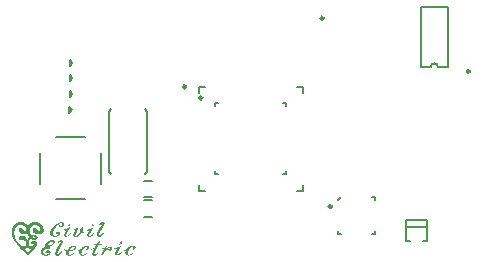
<source format=gto>
G04*
G04 #@! TF.GenerationSoftware,Altium Limited,Altium Designer,18.1.7 (191)*
G04*
G04 Layer_Color=65535*
%FSLAX44Y44*%
%MOMM*%
G71*
G01*
G75*
%ADD10C,0.2000*%
%ADD11C,0.2500*%
%ADD12C,0.1500*%
G36*
X261438Y319669D02*
X261599Y319605D01*
X261824Y319444D01*
X261857D01*
X261889Y319412D01*
X261986Y319283D01*
X262018Y319218D01*
X262114Y319089D01*
X262082Y319025D01*
X262018Y318896D01*
Y318864D01*
X261986Y318832D01*
X261953Y318767D01*
X261889Y318735D01*
X261857D01*
X261824Y318703D01*
X261663Y318606D01*
X261406Y318477D01*
X261148Y318316D01*
X261116D01*
X261084Y318284D01*
X260923Y318188D01*
X260697Y318059D01*
X260440Y317930D01*
X260182D01*
X260118Y317962D01*
X260053Y318027D01*
X260021Y318091D01*
Y318123D01*
X259989Y318252D01*
X260021Y318477D01*
X260053Y318606D01*
X260118Y318767D01*
Y318799D01*
X260150Y318864D01*
X260279Y319057D01*
X260472Y319283D01*
X260697Y319508D01*
X260730Y319540D01*
X260858Y319605D01*
X261052Y319669D01*
X261245Y319701D01*
X261309D01*
X261438Y319669D01*
D02*
G37*
G36*
X254417Y321151D02*
X254513D01*
X254642Y321119D01*
X254771D01*
X255125Y321086D01*
X255544Y321022D01*
X255576D01*
X255641Y320990D01*
X255866Y320925D01*
X256124Y320764D01*
X256349Y320507D01*
Y320474D01*
X256381Y320442D01*
X256478Y320249D01*
X256543Y319959D01*
Y319798D01*
X256510Y319605D01*
Y319573D01*
X256478Y319476D01*
X256414Y319283D01*
X256317Y319057D01*
X256188Y318799D01*
X255995Y318510D01*
X255770Y318188D01*
X255480Y317833D01*
X255448Y317801D01*
X255319Y317705D01*
X255158Y317544D01*
X254900Y317382D01*
X254578Y317189D01*
X254224Y317060D01*
X253805Y316964D01*
X253354Y316931D01*
X253290D01*
X253064Y316964D01*
X252806Y317028D01*
X252549Y317157D01*
X252484Y317189D01*
X252356Y317318D01*
X252195Y317511D01*
X252001Y317769D01*
X251969Y317801D01*
Y317930D01*
X251937Y318091D01*
X252001Y318284D01*
X252034Y318316D01*
X252098Y318413D01*
X252227Y318542D01*
X252388Y318606D01*
X252420D01*
X252517Y318638D01*
X252871D01*
X252968Y318606D01*
X253032Y318477D01*
X253064Y318413D01*
X253096Y318284D01*
Y318220D01*
X253129Y318091D01*
X253193Y317962D01*
X253322Y317898D01*
X253773D01*
X253837Y317930D01*
X253934Y317962D01*
X254063Y318027D01*
X254224Y318091D01*
X254385Y318220D01*
X254546Y318381D01*
X254707Y318574D01*
X254739Y318606D01*
X254771Y318671D01*
X254836Y318767D01*
X254932Y318928D01*
X255061Y319283D01*
X255093Y319476D01*
Y319669D01*
Y319701D01*
Y319734D01*
X255061Y319862D01*
X254997Y320023D01*
X254868Y320184D01*
X254836Y320217D01*
X254739Y320281D01*
X254578Y320313D01*
X254385Y320345D01*
X254191D01*
X254030Y320313D01*
X253805Y320281D01*
X253773D01*
X253644Y320249D01*
X253451Y320217D01*
X253257Y320152D01*
X253225D01*
X253096Y320088D01*
X252935Y320023D01*
X252710Y319895D01*
X252420Y319766D01*
X252130Y319605D01*
X251550Y319218D01*
X251518Y319186D01*
X251422Y319122D01*
X251261Y318993D01*
X251067Y318832D01*
X250842Y318638D01*
X250616Y318413D01*
X250101Y317898D01*
X250069Y317866D01*
X249972Y317737D01*
X249811Y317576D01*
X249586Y317350D01*
X249360Y317060D01*
X249103Y316738D01*
X248587Y316030D01*
X248555Y315998D01*
X248491Y315869D01*
X248362Y315643D01*
X248201Y315386D01*
X248008Y315096D01*
X247814Y314741D01*
X247396Y313969D01*
Y313936D01*
X247363Y313872D01*
X247299Y313775D01*
X247235Y313614D01*
X247106Y313260D01*
X246977Y312841D01*
Y312809D01*
X246945Y312745D01*
Y312616D01*
X246913Y312487D01*
X246880Y312068D01*
Y311617D01*
Y311585D01*
Y311521D01*
X246913Y311392D01*
X246945Y311231D01*
X247074Y310877D01*
X247267Y310490D01*
X247299Y310458D01*
X247331Y310426D01*
X247525Y310265D01*
X247814Y310071D01*
X248233Y309878D01*
X248265D01*
X248394Y309846D01*
X248555Y309814D01*
X248813Y309781D01*
X249070D01*
X249393Y309814D01*
X249747Y309878D01*
X250133Y310007D01*
X250166Y310039D01*
X250294Y310071D01*
X250488Y310168D01*
X250713Y310297D01*
X250971Y310458D01*
X251228Y310683D01*
X251454Y310909D01*
X251647Y311199D01*
Y311231D01*
X251679Y311295D01*
X251776Y311488D01*
Y311521D01*
X251808Y311585D01*
X251840Y311778D01*
Y311811D01*
Y311843D01*
Y311939D01*
X251808Y312036D01*
Y312068D01*
X251776Y312100D01*
X251712Y312165D01*
X251647Y312197D01*
X251583Y312229D01*
X251518D01*
X251422Y312197D01*
X251389D01*
X251325Y312165D01*
X251261Y312133D01*
X251196Y312068D01*
Y312036D01*
X251132Y312004D01*
X251067Y311811D01*
Y311778D01*
X251035Y311714D01*
X250938Y311521D01*
X250906Y311456D01*
X250842Y311327D01*
X250713Y311166D01*
X250552Y311038D01*
X250520Y311005D01*
X250391Y310973D01*
X250198D01*
X249940Y311005D01*
X249876D01*
X249747Y311070D01*
X249586Y311166D01*
X249457Y311327D01*
X249425Y311360D01*
X249393Y311488D01*
X249360Y311682D01*
Y311972D01*
Y312004D01*
X249393Y312068D01*
Y312165D01*
X249425Y312294D01*
X249554Y312584D01*
X249779Y312841D01*
X249811D01*
X249844Y312906D01*
X250037Y313002D01*
X250294Y313163D01*
X250649Y313324D01*
X250681D01*
X250745Y313356D01*
X250842Y313389D01*
X250971D01*
X251293Y313453D01*
X251744D01*
X251937Y313356D01*
X252227Y313228D01*
X252356Y313099D01*
X252517Y312970D01*
X252549D01*
X252581Y312906D01*
X252742Y312745D01*
X252871Y312487D01*
X252935Y312326D01*
X252968Y312165D01*
Y312133D01*
Y312100D01*
Y312004D01*
Y311875D01*
Y311585D01*
X252871Y311231D01*
Y311199D01*
X252806Y311070D01*
X252742Y310909D01*
X252613Y310716D01*
X252484Y310490D01*
X252323Y310297D01*
X252098Y310071D01*
X251873Y309878D01*
X251840Y309846D01*
X251744Y309814D01*
X251583Y309717D01*
X251389Y309620D01*
X251164Y309492D01*
X250906Y309363D01*
X250294Y309137D01*
X250230Y309105D01*
X250069Y309073D01*
X249811Y309009D01*
X249521Y308976D01*
X249457D01*
X249264Y308944D01*
X249006Y308912D01*
X248716Y308880D01*
X248459D01*
X248298Y308912D01*
X248104Y308944D01*
X247847Y308976D01*
X247299Y309105D01*
X246719Y309298D01*
X246107Y309588D01*
X245560Y309975D01*
X245334Y310200D01*
X245109Y310490D01*
Y310522D01*
X245077Y310555D01*
X245012Y310651D01*
X244980Y310780D01*
X244916Y310941D01*
X244851Y311102D01*
X244755Y311585D01*
X244722Y312165D01*
X244755Y312841D01*
X244819Y313195D01*
X244884Y313614D01*
X245045Y314001D01*
X245206Y314452D01*
Y314484D01*
X245270Y314580D01*
X245334Y314709D01*
X245431Y314870D01*
X245560Y315096D01*
X245689Y315353D01*
X246075Y315965D01*
X246558Y316642D01*
X247106Y317318D01*
X247750Y318027D01*
X248491Y318671D01*
X248523Y318703D01*
X248587Y318735D01*
X248716Y318832D01*
X248877Y318928D01*
X249070Y319089D01*
X249296Y319218D01*
X249586Y319412D01*
X249876Y319605D01*
X250584Y319991D01*
X251422Y320378D01*
X252323Y320764D01*
X253322Y321086D01*
X253354D01*
X253419Y321119D01*
X253515D01*
X253644Y321151D01*
X253998Y321183D01*
X254417Y321151D01*
D02*
G37*
G36*
X280923Y319444D02*
X281149Y319412D01*
X281213Y319379D01*
X281310Y319315D01*
X281439Y319218D01*
X281568Y319057D01*
Y319025D01*
X281600Y318993D01*
Y318799D01*
Y318767D01*
Y318703D01*
X281568Y318638D01*
X281535Y318606D01*
X281503D01*
X281471Y318542D01*
X281278Y318413D01*
X281020Y318252D01*
X280698Y318027D01*
X280666D01*
X280634Y317994D01*
X280537Y317930D01*
X280408Y317898D01*
X280086Y317769D01*
X279699Y317640D01*
Y317672D01*
Y317737D01*
X279667Y317866D01*
Y318027D01*
X279699Y318381D01*
X279764Y318574D01*
X279828Y318767D01*
Y318799D01*
X279861Y318864D01*
X280022Y319057D01*
X280247Y319283D01*
X280408Y319379D01*
X280601Y319444D01*
X280634D01*
X280762Y319476D01*
X280923Y319444D01*
D02*
G37*
G36*
X220921Y321376D02*
X221276Y321312D01*
X221694Y321247D01*
X222145Y321151D01*
X222596Y320990D01*
X223047Y320796D01*
X223111Y320764D01*
X223240Y320700D01*
X223466Y320571D01*
X223756Y320378D01*
X224078Y320152D01*
X224432Y319895D01*
X224818Y319573D01*
X225205Y319186D01*
X225237D01*
X225269Y319122D01*
X225430Y318961D01*
X225463D01*
X225495Y318896D01*
X225624Y318735D01*
X225656D01*
X225720Y318703D01*
X225785Y318671D01*
X225914Y318606D01*
X225946Y318638D01*
X226010Y318735D01*
X226107Y318864D01*
X226236Y318993D01*
X226268Y319025D01*
X226332Y319122D01*
X226461Y319250D01*
X226590Y319379D01*
X226622Y319412D01*
X226751Y319540D01*
X226944Y319701D01*
X227170Y319895D01*
X227492Y320152D01*
X227814Y320378D01*
X228200Y320603D01*
X228619Y320796D01*
X228683Y320829D01*
X228812Y320861D01*
X229038Y320957D01*
X229360Y321054D01*
X229714Y321151D01*
X230100Y321247D01*
X230551Y321312D01*
X231035Y321344D01*
X232001D01*
X232452Y321312D01*
X232967Y321279D01*
X233482Y321183D01*
X234030Y321054D01*
X234062D01*
X234094Y321022D01*
X234287Y320990D01*
X234545Y320861D01*
X234899Y320732D01*
X235318Y320507D01*
X235769Y320281D01*
X236220Y319959D01*
X236671Y319605D01*
X236703Y319573D01*
X236832Y319476D01*
X236993Y319315D01*
X237186Y319089D01*
X237444Y318864D01*
X237701Y318574D01*
X238185Y317898D01*
X238217Y317866D01*
X238281Y317737D01*
X238410Y317544D01*
X238539Y317286D01*
X238668Y316996D01*
X238829Y316642D01*
X238957Y316255D01*
X239086Y315837D01*
Y315804D01*
X239118Y315772D01*
Y315675D01*
X239151Y315579D01*
X239183Y315257D01*
X239215Y314870D01*
X239183Y314387D01*
X239086Y313872D01*
X238925Y313356D01*
X238668Y312809D01*
X238635Y312745D01*
X238507Y312584D01*
X238281Y312358D01*
X237991Y312068D01*
X237637Y311778D01*
X237186Y311521D01*
X236671Y311263D01*
X236059Y311102D01*
X235994D01*
X235898Y311070D01*
X235801D01*
X235479Y311038D01*
X235093Y311005D01*
X234610D01*
X234126Y311038D01*
X233579Y311102D01*
X233064Y311231D01*
X232999Y311263D01*
X232838Y311327D01*
X232580Y311456D01*
X232226Y311617D01*
X231840Y311843D01*
X231421Y312133D01*
X231002Y312519D01*
X230584Y312938D01*
Y312970D01*
X230519Y313002D01*
X230358Y313228D01*
X230197Y313518D01*
X230036Y313872D01*
Y313904D01*
X230004Y313969D01*
X229972Y314065D01*
X229939Y314194D01*
X229907Y314516D01*
Y314902D01*
Y314935D01*
X229939Y314999D01*
Y315128D01*
X229972Y315257D01*
X230100Y315579D01*
X230294Y315901D01*
Y315933D01*
X230358Y315965D01*
X230519Y316126D01*
X230809Y316320D01*
X231163Y316481D01*
X231196D01*
X231260Y316513D01*
X231357D01*
X231485Y316545D01*
X231775D01*
X232065Y316481D01*
X232097D01*
X232129Y316448D01*
X232323Y316352D01*
X232548Y316159D01*
X232806Y315901D01*
X232838Y315869D01*
X232935Y315740D01*
X233031Y315579D01*
X233160Y315386D01*
X233192Y315353D01*
X233289Y315224D01*
X233386Y315031D01*
X233514Y314838D01*
X233547Y314806D01*
X233579Y314741D01*
X233772Y314516D01*
X234094Y314258D01*
X234287Y314162D01*
X234481Y314065D01*
X234513D01*
X234577Y314033D01*
X234706D01*
X234835Y314001D01*
X235221Y314033D01*
X235415Y314097D01*
X235640Y314194D01*
X235672D01*
X235737Y314258D01*
X235930Y314419D01*
X236155Y314677D01*
X236284Y314870D01*
X236349Y315063D01*
Y315096D01*
X236381Y315160D01*
Y315289D01*
X236413Y315450D01*
X236381Y315869D01*
X236349Y316094D01*
X236252Y316320D01*
Y316352D01*
X236220Y316384D01*
X236123Y316609D01*
X235930Y316899D01*
X235672Y317254D01*
X235286Y317640D01*
X234835Y318027D01*
X234287Y318413D01*
X233611Y318703D01*
X233579D01*
X233514Y318735D01*
X233418Y318767D01*
X233289Y318799D01*
X232935Y318896D01*
X232452Y318993D01*
X231904Y319025D01*
X231324Y318993D01*
X230680Y318896D01*
X230390Y318799D01*
X230068Y318671D01*
X230036D01*
X229939Y318606D01*
X229778Y318510D01*
X229585Y318413D01*
X229392Y318252D01*
X229166Y318059D01*
X228941Y317866D01*
X228748Y317608D01*
X228715Y317576D01*
X228651Y317479D01*
X228587Y317350D01*
X228458Y317157D01*
X228329Y316931D01*
X228232Y316674D01*
X228007Y316094D01*
Y316030D01*
X227975Y315901D01*
X227910Y315643D01*
X227878Y315321D01*
X227814Y314967D01*
X227749Y314548D01*
X227717Y313646D01*
Y313582D01*
Y313421D01*
X227749Y313195D01*
X227782Y312873D01*
X227814Y312487D01*
X227878Y312068D01*
X227975Y311617D01*
X228104Y311166D01*
Y311134D01*
X228136Y311070D01*
X228232Y310844D01*
X228361Y310619D01*
X228426Y310522D01*
X228490Y310458D01*
X228877D01*
X229070Y310490D01*
X229263Y310522D01*
X229295D01*
X229424Y310555D01*
X229585Y310587D01*
X229811Y310619D01*
X230068D01*
X230358Y310651D01*
X231002Y310619D01*
X231035D01*
X231131Y310587D01*
X231324Y310555D01*
X231518Y310522D01*
X231775Y310458D01*
X232065Y310361D01*
X232645Y310136D01*
X232677D01*
X232709Y310104D01*
X232741D01*
X232806Y310071D01*
X232838D01*
X232870Y310007D01*
X233096Y309878D01*
X233353Y309653D01*
X233643Y309395D01*
X233675Y309363D01*
X233708Y309331D01*
X233772Y309234D01*
X233836Y309137D01*
X233933Y308815D01*
X233997Y308622D01*
Y308397D01*
Y308364D01*
Y308300D01*
X233965Y308171D01*
Y308042D01*
X233836Y307688D01*
X233740Y307527D01*
X233611Y307366D01*
X233579D01*
X233547Y307302D01*
X233353Y307141D01*
X233031Y306947D01*
X232677Y306754D01*
X232645Y306722D01*
X232484Y306690D01*
X232290Y306625D01*
X232001Y306529D01*
X231679Y306464D01*
X231292Y306400D01*
X230906Y306335D01*
X230487D01*
X230326Y306368D01*
X230133Y306400D01*
X229843Y306432D01*
X229521Y306529D01*
X229166Y306657D01*
X228812Y306851D01*
X228426Y307076D01*
X228393Y307108D01*
X228265Y307173D01*
X228104Y307269D01*
X227943D01*
X227846Y307205D01*
X227717Y307108D01*
X227588Y306947D01*
X227556Y306915D01*
X227492Y306786D01*
X227363Y306593D01*
X227234Y306368D01*
X227073Y306078D01*
X226912Y305756D01*
X226783Y305401D01*
X226654Y305015D01*
Y304983D01*
X226622Y304822D01*
X226558Y304628D01*
X226525Y304371D01*
X226493Y304016D01*
Y303662D01*
Y303244D01*
X226525Y302825D01*
Y302793D01*
X226558Y302696D01*
X226590Y302567D01*
X226654Y302374D01*
X226751Y302148D01*
X226880Y301955D01*
X227009Y301730D01*
X227202Y301504D01*
X227234Y301472D01*
X227298Y301408D01*
X227427Y301311D01*
X227588Y301214D01*
X227782Y301118D01*
X228007Y300989D01*
X228232Y300924D01*
X228522Y300860D01*
X228780D01*
X228973Y300892D01*
X229199Y300924D01*
X229456Y300989D01*
X229746Y301086D01*
X230036Y301247D01*
X230068Y301279D01*
X230165Y301343D01*
X230294Y301440D01*
X230487Y301569D01*
X230841Y301923D01*
X230970Y302116D01*
X231099Y302342D01*
Y302374D01*
X231131Y302406D01*
Y302567D01*
Y302760D01*
X231067Y302986D01*
X231035Y303018D01*
X230938Y303115D01*
X230745Y303211D01*
X230487Y303244D01*
X230455D01*
X230358Y303211D01*
X230197Y303179D01*
X230036Y303147D01*
X230004D01*
X229907Y303115D01*
X229778Y303082D01*
X229617Y303050D01*
X229585D01*
X229456Y303018D01*
X229263Y302986D01*
X229038D01*
X228909Y303018D01*
X228780Y303082D01*
X228619Y303244D01*
X228587Y303276D01*
X228522Y303405D01*
X228458Y303598D01*
X228426Y303791D01*
Y303855D01*
X228458Y303984D01*
X228490Y304145D01*
X228554Y304371D01*
Y304403D01*
X228587Y304435D01*
X228683Y304596D01*
X228844Y304822D01*
X229070Y304983D01*
X229102D01*
X229134Y305015D01*
X229295Y305079D01*
X229521Y305176D01*
X229811Y305240D01*
X229843D01*
X229972Y305273D01*
X230390D01*
X230648Y305305D01*
X230970Y305273D01*
X231614Y305208D01*
X231646D01*
X231743Y305176D01*
X231904Y305112D01*
X232129Y305047D01*
X232355Y304950D01*
X232645Y304822D01*
X232903Y304661D01*
X233192Y304435D01*
X233225Y304403D01*
X233289Y304338D01*
X233418Y304242D01*
X233547Y304113D01*
X233804Y303759D01*
X233901Y303533D01*
X233965Y303308D01*
Y303276D01*
X233997Y303211D01*
Y303082D01*
Y302921D01*
X233965Y302728D01*
X233901Y302503D01*
X233804Y302277D01*
X233643Y302020D01*
X233611Y301987D01*
X233579Y301891D01*
X233482Y301762D01*
X233386Y301601D01*
X233064Y301182D01*
X232709Y300699D01*
X232677Y300667D01*
X232613Y300602D01*
X232516Y300474D01*
X232387Y300313D01*
X232065Y299926D01*
X231711Y299475D01*
Y299443D01*
X231646Y299411D01*
X231485Y299218D01*
X231228Y298928D01*
X230906Y298541D01*
X230487Y298090D01*
X230036Y297607D01*
X229553Y297092D01*
X229038Y296544D01*
X228973Y296480D01*
X228812Y296287D01*
X228522Y296029D01*
X228168Y295675D01*
X227749Y295256D01*
X227266Y294805D01*
X226719Y294322D01*
X226171Y293839D01*
X226139Y293807D01*
X226042Y293710D01*
X225978Y293678D01*
X225849Y293613D01*
X225817Y293646D01*
X225753Y293678D01*
X225656Y293775D01*
X225527Y293871D01*
X225205Y294129D01*
X224818Y294419D01*
X224786Y294451D01*
X224722Y294483D01*
X224625Y294580D01*
X224496Y294676D01*
X224207Y294966D01*
X223852Y295288D01*
X223820Y295320D01*
X223756Y295385D01*
X223627Y295514D01*
X223466Y295675D01*
X223272Y295868D01*
X223015Y296094D01*
X222757Y296351D01*
X222467Y296641D01*
X221791Y297317D01*
X221050Y298090D01*
X220277Y298895D01*
X219504Y299733D01*
X219472Y299765D01*
X219408Y299830D01*
X219311Y299958D01*
X219150Y300119D01*
X218957Y300345D01*
X218731Y300602D01*
X218506Y300860D01*
X218216Y301182D01*
X217604Y301891D01*
X216960Y302696D01*
X216251Y303598D01*
X215543Y304499D01*
X215511Y304564D01*
X215382Y304725D01*
X215221Y304950D01*
X214963Y305273D01*
X214705Y305659D01*
X214415Y306078D01*
X213804Y306980D01*
X213771Y307044D01*
X213675Y307205D01*
X213514Y307463D01*
X213353Y307817D01*
X213127Y308236D01*
X212934Y308687D01*
X212709Y309202D01*
X212515Y309749D01*
Y309781D01*
X212483Y309814D01*
X212451Y309910D01*
X212419Y310039D01*
X212354Y310394D01*
X212258Y310812D01*
X212129Y311327D01*
X212064Y311907D01*
X212000Y312519D01*
X211968Y313131D01*
Y313163D01*
Y313260D01*
Y313421D01*
X212000Y313614D01*
Y313872D01*
X212032Y314130D01*
X212097Y314677D01*
Y314709D01*
X212129Y314774D01*
X212161Y314902D01*
X212193Y315063D01*
X212258Y315289D01*
X212322Y315514D01*
X212547Y316094D01*
X212837Y316770D01*
X213256Y317511D01*
X213514Y317898D01*
X213771Y318284D01*
X214093Y318671D01*
X214448Y319057D01*
X214512Y319122D01*
X214673Y319283D01*
X214899Y319508D01*
X215253Y319766D01*
X215639Y320056D01*
X216122Y320378D01*
X216606Y320635D01*
X217153Y320861D01*
X217185D01*
X217218Y320893D01*
X217411Y320957D01*
X217733Y321022D01*
X218119Y321151D01*
X218603Y321247D01*
X219150Y321312D01*
X219762Y321376D01*
X220406Y321408D01*
X220664D01*
X220921Y321376D01*
D02*
G37*
G36*
X268459Y317125D02*
X268556Y317060D01*
X268588D01*
X268620Y316996D01*
X268652Y316899D01*
X268685Y316770D01*
Y316738D01*
Y316674D01*
Y316448D01*
Y316416D01*
X268620Y316320D01*
X268556Y316126D01*
X268459Y315933D01*
X268363Y315675D01*
X268234Y315386D01*
X267944Y314774D01*
X267912Y314741D01*
X267880Y314645D01*
X267815Y314484D01*
X267719Y314258D01*
X267590Y314033D01*
X267461Y313743D01*
X267171Y313131D01*
Y313099D01*
X267139Y313034D01*
X267074Y312938D01*
X267010Y312777D01*
X266849Y312423D01*
X266688Y312004D01*
Y311972D01*
X266656Y311907D01*
X266591Y311811D01*
X266559Y311649D01*
X266398Y311327D01*
X266237Y310909D01*
Y310877D01*
X266205Y310812D01*
X266173Y310587D01*
Y310555D01*
Y310490D01*
X266140Y310329D01*
Y310265D01*
Y310136D01*
X266205Y309975D01*
X266334Y309846D01*
X266366Y309814D01*
X266462Y309781D01*
X266623Y309749D01*
X266817Y309781D01*
X266849Y309814D01*
X266881D01*
X266913Y309846D01*
X266945Y309878D01*
X267074Y309943D01*
X267235Y310071D01*
X267429Y310232D01*
X267686Y310394D01*
X267976Y310619D01*
X268588Y311070D01*
X268620Y311102D01*
X268717Y311199D01*
X268878Y311327D01*
X269071Y311488D01*
X269297Y311714D01*
X269554Y311972D01*
X270037Y312551D01*
X270070Y312584D01*
X270134Y312712D01*
X270198Y312873D01*
X270231Y313034D01*
Y313067D01*
Y313195D01*
X270198Y313389D01*
X270166Y313582D01*
Y313614D01*
X270134Y313743D01*
X270102Y313904D01*
X270070Y314130D01*
Y314387D01*
Y314677D01*
Y314967D01*
X270134Y315257D01*
Y315289D01*
X270166Y315386D01*
X270231Y315547D01*
X270327Y315740D01*
X270456Y315965D01*
X270649Y316191D01*
X270875Y316448D01*
X271132Y316674D01*
X271165Y316706D01*
X271294Y316803D01*
X271455Y316899D01*
X271648Y316996D01*
X271712Y317028D01*
X271841Y317060D01*
X272034D01*
X272260Y316996D01*
X272292D01*
X272324Y316964D01*
X272453Y316867D01*
X272614Y316706D01*
X272743Y316513D01*
Y316448D01*
X272775Y316320D01*
X272807Y316094D01*
Y315837D01*
Y315772D01*
Y315611D01*
X272775Y315386D01*
X272743Y315128D01*
Y315063D01*
X272711Y314902D01*
X272646Y314709D01*
X272582Y314452D01*
Y314387D01*
X272517Y314226D01*
X272453Y314033D01*
X272356Y313775D01*
X272324Y313711D01*
X272292Y313550D01*
X272195Y313324D01*
X272099Y313067D01*
X272131D01*
X272163Y313002D01*
X272356Y312906D01*
X272614Y312841D01*
X272775D01*
X272936Y312873D01*
X272968D01*
X273000Y312906D01*
X273194Y312938D01*
X273484D01*
X273806Y312873D01*
X273773Y312841D01*
X273741Y312777D01*
X273548Y312584D01*
X273290Y312358D01*
X272936Y312133D01*
X272904D01*
X272839Y312100D01*
X272743Y312068D01*
X272614Y312036D01*
X272292Y312004D01*
X272099D01*
X271873Y312036D01*
X271809D01*
X271680Y312068D01*
X271487Y312036D01*
X271294Y312004D01*
X271261Y311972D01*
X271165Y311939D01*
X271036Y311843D01*
X270875Y311682D01*
Y311649D01*
X270810Y311617D01*
X270649Y311424D01*
X270424Y311166D01*
X270166Y310877D01*
X270134Y310844D01*
X270102Y310812D01*
X269941Y310619D01*
X269683Y310394D01*
X269393Y310168D01*
X269361Y310136D01*
X269264Y310039D01*
X269071Y309910D01*
X268878Y309749D01*
X268588Y309588D01*
X268298Y309427D01*
X267944Y309266D01*
X267590Y309137D01*
X267557D01*
X267429Y309105D01*
X267235Y309041D01*
X266978Y309009D01*
X266656Y308976D01*
X266301D01*
X265915Y309009D01*
X265496Y309073D01*
X265464D01*
X265399Y309105D01*
X265174Y309170D01*
X264916Y309298D01*
X264820Y309395D01*
X264723Y309492D01*
X264691Y309556D01*
X264594Y309717D01*
X264498Y310007D01*
X264433Y310394D01*
Y310426D01*
Y310458D01*
X264401Y310683D01*
X264433Y310973D01*
X264466Y311295D01*
Y311327D01*
X264498Y311360D01*
X264562Y311585D01*
X264659Y311843D01*
X264788Y312165D01*
Y312197D01*
X264820Y312262D01*
X264884Y312390D01*
X264949Y312519D01*
X265142Y312873D01*
X265335Y313292D01*
Y313324D01*
X265367Y313389D01*
X265432Y313485D01*
X265496Y313646D01*
X265689Y314001D01*
X265883Y314419D01*
X265915Y314452D01*
X265947Y314516D01*
X266044Y314709D01*
X266076Y314741D01*
X266108Y314806D01*
X266173Y314935D01*
X266237Y315096D01*
X266044D01*
X265850Y315063D01*
X265625D01*
X265496Y315031D01*
X265335D01*
X265174Y314999D01*
Y315031D01*
Y315063D01*
Y315160D01*
Y315192D01*
Y315224D01*
X265206Y315257D01*
X265303Y315321D01*
X265432Y315418D01*
X265593Y315514D01*
X266044Y315837D01*
X266527Y316159D01*
X266559Y316191D01*
X266656Y316255D01*
X266784Y316352D01*
X266978Y316448D01*
X267396Y316770D01*
X267912Y317093D01*
X267944D01*
X268008Y317125D01*
X268105Y317157D01*
X268363D01*
X268459Y317125D01*
D02*
G37*
G36*
X261567Y317254D02*
X261535Y317157D01*
X261470Y316996D01*
X261374Y316803D01*
X261116Y316352D01*
X260858Y315837D01*
Y315804D01*
X260794Y315708D01*
X260762Y315579D01*
X260665Y315418D01*
X260472Y314967D01*
X260214Y314484D01*
Y314452D01*
X260150Y314387D01*
X260118Y314258D01*
X260021Y314130D01*
X259828Y313743D01*
X259602Y313324D01*
Y313292D01*
X259538Y313228D01*
X259473Y313099D01*
X259409Y312970D01*
X259184Y312584D01*
X258958Y312133D01*
X258926Y312100D01*
X258894Y312004D01*
X258797Y311843D01*
X258733Y311649D01*
X258700Y311617D01*
X258668Y311521D01*
X258572Y311360D01*
X258507Y311166D01*
Y311134D01*
X258475Y311102D01*
X258411Y310909D01*
X258346Y310651D01*
X258314Y310394D01*
Y310361D01*
X258346Y310232D01*
X258411Y310071D01*
X258539Y309943D01*
X258572D01*
X258604Y309910D01*
X258765Y309878D01*
X258958Y309846D01*
X259087Y309878D01*
X259184Y309910D01*
X259216Y309943D01*
X259345Y310007D01*
X259506Y310104D01*
X259699Y310232D01*
X259731D01*
X259763Y310297D01*
X259956Y310458D01*
X260214Y310683D01*
X260536Y310941D01*
X260569Y310973D01*
X260601Y311005D01*
X260794Y311166D01*
X261052Y311424D01*
X261341Y311682D01*
X261374Y311714D01*
X261438Y311778D01*
X261663Y311972D01*
X261696Y312004D01*
X261760Y312068D01*
X261986Y312262D01*
X262018Y312229D01*
X262114Y312133D01*
X262179Y312004D01*
X262211Y311875D01*
Y311843D01*
X262179Y311778D01*
X262082Y311585D01*
X262050Y311553D01*
X261986Y311456D01*
X261889Y311295D01*
X261728Y311134D01*
X261341Y310683D01*
X260858Y310200D01*
X260826Y310168D01*
X260762Y310104D01*
X260633Y309975D01*
X260440Y309846D01*
X260214Y309685D01*
X259989Y309524D01*
X259699Y309331D01*
X259377Y309170D01*
X259345D01*
X259312Y309137D01*
X259216Y309105D01*
X259087Y309073D01*
X258797Y309009D01*
X258443Y308976D01*
X258249D01*
X258121Y309009D01*
X257831Y309073D01*
X257477Y309170D01*
X257444D01*
X257412Y309202D01*
X257219Y309331D01*
X256994Y309524D01*
X256768Y309814D01*
Y309846D01*
X256736Y309910D01*
X256704Y310007D01*
X256671Y310136D01*
X256639Y310458D01*
Y310877D01*
Y310909D01*
Y310941D01*
X256704Y311134D01*
X256768Y311392D01*
X256865Y311682D01*
Y311714D01*
X256897Y311746D01*
X256961Y311939D01*
X257058Y312197D01*
X257155Y312487D01*
Y312519D01*
X257187Y312551D01*
X257283Y312745D01*
X257412Y313002D01*
X257573Y313324D01*
Y313356D01*
X257605Y313389D01*
X257734Y313582D01*
X257863Y313872D01*
X258056Y314226D01*
X257283D01*
X257155Y314258D01*
X257122D01*
X257026Y314291D01*
X256897Y314323D01*
X256736Y314387D01*
X256704Y314419D01*
X256607Y314452D01*
X256381Y314580D01*
X256349Y314613D01*
X256285Y314709D01*
X256220Y314870D01*
X256253Y315031D01*
Y315063D01*
X256317Y315160D01*
X256446Y315257D01*
X256607Y315289D01*
X256800D01*
X256994Y315321D01*
X257283Y315353D01*
X257573Y315386D01*
X257927Y315482D01*
X258249Y315579D01*
X258604Y315740D01*
X258636Y315772D01*
X258765Y315804D01*
X258958Y315901D01*
X259184Y316030D01*
X259473Y316159D01*
X259763Y316320D01*
X260440Y316674D01*
X260472Y316706D01*
X260601Y316770D01*
X260762Y316867D01*
X260955Y316964D01*
X260987Y316996D01*
X261148Y317060D01*
X261341Y317157D01*
X261599Y317286D01*
X261567Y317254D01*
D02*
G37*
G36*
X289555Y321634D02*
X289748Y321569D01*
X289780D01*
X289845Y321537D01*
X290070Y321473D01*
X290328Y321312D01*
X290553Y321086D01*
X290586Y321022D01*
X290682Y320861D01*
X290747Y320571D01*
Y320410D01*
X290714Y320217D01*
Y320184D01*
Y320152D01*
X290650Y319927D01*
X290586Y319637D01*
X290457Y319315D01*
Y319283D01*
X290424Y319250D01*
X290360Y319057D01*
X290231Y318799D01*
X290070Y318510D01*
X290038Y318445D01*
X289941Y318252D01*
X289780Y317962D01*
X289555Y317576D01*
X289297Y317125D01*
X289040Y316642D01*
X288718Y316094D01*
X288396Y315547D01*
X288363Y315482D01*
X288235Y315289D01*
X288073Y314999D01*
X287848Y314645D01*
X287590Y314194D01*
X287300Y313711D01*
X287011Y313163D01*
X286688Y312616D01*
X286656Y312551D01*
X286592Y312423D01*
X286463Y312197D01*
X286366Y311907D01*
Y311875D01*
X286334Y311843D01*
X286302Y311682D01*
X286238Y311424D01*
X286173Y311134D01*
Y311102D01*
Y311038D01*
X286141Y310844D01*
X286173Y310587D01*
X286238Y310490D01*
X286334Y310394D01*
X286399Y310361D01*
X286528Y310329D01*
X286785Y310297D01*
X286914Y310329D01*
X287107Y310361D01*
X287139D01*
X287204Y310394D01*
X287300Y310426D01*
X287397Y310490D01*
X287687Y310619D01*
X287977Y310844D01*
X288009Y310877D01*
X288041Y310909D01*
X288202Y311070D01*
X288460Y311295D01*
X288718Y311585D01*
X288750Y311617D01*
X288846Y311746D01*
X288975Y311907D01*
X289136Y312068D01*
X289168Y312100D01*
X289265Y312197D01*
X289394Y312326D01*
X289587Y312455D01*
X289619D01*
X289684Y312487D01*
X289780Y312519D01*
X290070D01*
X290199Y312487D01*
X290264Y312423D01*
X290296Y312390D01*
X290328Y312358D01*
X290360Y312229D01*
Y312068D01*
Y312036D01*
Y311939D01*
X290328Y311811D01*
X290264Y311714D01*
X290231Y311682D01*
X290135Y311585D01*
X290006Y311424D01*
X289845Y311231D01*
X289619Y311005D01*
X289394Y310780D01*
X288879Y310265D01*
X288846Y310232D01*
X288750Y310136D01*
X288589Y310007D01*
X288396Y309846D01*
X288138Y309685D01*
X287848Y309492D01*
X287526Y309298D01*
X287172Y309105D01*
X287139Y309073D01*
X287011Y309041D01*
X286817Y308976D01*
X286560Y308944D01*
X286270Y308912D01*
X285980Y308944D01*
X285658Y309009D01*
X285336Y309170D01*
X285304Y309202D01*
X285207Y309266D01*
X285078Y309395D01*
X284949Y309556D01*
X284788Y309781D01*
X284627Y310039D01*
X284498Y310329D01*
X284434Y310651D01*
Y310683D01*
Y310748D01*
X284402Y310909D01*
Y310941D01*
Y311005D01*
Y311134D01*
X284370Y311263D01*
Y311295D01*
X284402Y311392D01*
Y311553D01*
X284434Y311746D01*
X284498Y312004D01*
X284563Y312262D01*
X284692Y312841D01*
Y312873D01*
X284724Y312970D01*
X284788Y313131D01*
X284853Y313324D01*
X284949Y313550D01*
X285046Y313807D01*
X285271Y314355D01*
X285304Y314387D01*
X285336Y314484D01*
X285432Y314645D01*
X285561Y314838D01*
X285722Y315063D01*
X285883Y315321D01*
X286238Y315869D01*
X286270Y315901D01*
X286334Y315998D01*
X286431Y316159D01*
X286560Y316352D01*
X286721Y316577D01*
X286882Y316835D01*
X287268Y317382D01*
Y317415D01*
X287333Y317447D01*
X287461Y317640D01*
X287655Y317898D01*
X287880Y318155D01*
Y318188D01*
X287945Y318220D01*
X288073Y318381D01*
X288267Y318638D01*
X288492Y318896D01*
X288524Y318928D01*
X288556Y318993D01*
X288685Y319154D01*
Y319186D01*
X288718Y319250D01*
X288814Y319444D01*
Y319476D01*
X288846Y319605D01*
X288814Y319734D01*
X288750Y319895D01*
X288718Y319927D01*
X288653Y319959D01*
X288524Y319991D01*
X288331Y319959D01*
X288299Y319927D01*
X288170Y319895D01*
X288009Y319798D01*
X287848Y319701D01*
X287816Y319669D01*
X287687Y319605D01*
X287526Y319508D01*
X287365Y319379D01*
X287333Y319347D01*
X287236Y319283D01*
X287107Y319154D01*
X286946Y318993D01*
X286914Y318961D01*
X286817Y318928D01*
X286592D01*
X286495Y318993D01*
X286463Y319025D01*
X286366Y319154D01*
X286302Y319315D01*
Y319508D01*
Y319573D01*
X286366Y319701D01*
X286399Y319862D01*
X286495Y320088D01*
X286528Y320120D01*
X286592Y320217D01*
X286688Y320378D01*
X286817Y320539D01*
X287011Y320764D01*
X287268Y320957D01*
X287558Y321151D01*
X287912Y321344D01*
X287945D01*
X288041Y321408D01*
X288170Y321441D01*
X288331Y321505D01*
X288750Y321602D01*
X289201Y321666D01*
X289362D01*
X289555Y321634D01*
D02*
G37*
G36*
X281117Y317028D02*
X281084Y316931D01*
X281020Y316770D01*
X280923Y316577D01*
X280795Y316352D01*
X280666Y316126D01*
X280408Y315579D01*
Y315547D01*
X280344Y315450D01*
X280279Y315321D01*
X280183Y315160D01*
X279957Y314709D01*
X279699Y314226D01*
Y314194D01*
X279635Y314130D01*
X279603Y314001D01*
X279506Y313872D01*
X279313Y313485D01*
X279088Y313067D01*
Y313034D01*
X279023Y312970D01*
X278959Y312841D01*
X278894Y312712D01*
X278701Y312326D01*
X278476Y311907D01*
X278444Y311875D01*
X278411Y311778D01*
X278315Y311617D01*
X278250Y311424D01*
X278218Y311392D01*
X278186Y311295D01*
X278089Y311134D01*
X278025Y310941D01*
Y310909D01*
X277993Y310877D01*
X277928Y310683D01*
X277864Y310458D01*
Y310200D01*
Y310136D01*
X277896Y310039D01*
X277960Y309878D01*
X278089Y309749D01*
X278121D01*
X278154Y309717D01*
X278315Y309653D01*
X278508Y309620D01*
X278605Y309653D01*
X278701Y309685D01*
X278766Y309717D01*
X278862Y309781D01*
X279055Y309878D01*
X279216Y310007D01*
X279249Y310039D01*
X279281Y310071D01*
X279506Y310232D01*
X279764Y310490D01*
X280086Y310748D01*
X280118Y310780D01*
X280150Y310812D01*
X280344Y311005D01*
X280634Y311263D01*
X280956Y311553D01*
X280988Y311585D01*
X281052Y311649D01*
X281245Y311811D01*
X281278Y311843D01*
X281342Y311875D01*
X281568Y312068D01*
X281600Y312004D01*
X281664Y311875D01*
X281696Y311714D01*
Y311553D01*
Y311521D01*
X281664Y311456D01*
X281503Y311231D01*
X281471Y311199D01*
X281406Y311102D01*
X281310Y310973D01*
X281181Y310812D01*
X280859Y310426D01*
X280440Y310007D01*
X280408Y309975D01*
X280344Y309910D01*
X280215Y309814D01*
X280054Y309685D01*
X279828Y309524D01*
X279603Y309363D01*
X279088Y309041D01*
X279055D01*
X278959Y308976D01*
X278830Y308944D01*
X278701Y308880D01*
X278669D01*
X278572Y308848D01*
X278444Y308815D01*
X278315Y308783D01*
X277670D01*
X277381Y308848D01*
X277091Y308944D01*
X276833Y309073D01*
X276575Y309298D01*
X276543Y309331D01*
X276479Y309427D01*
X276382Y309556D01*
X276286Y309781D01*
X276221Y310039D01*
X276157Y310329D01*
X276189Y310683D01*
X276253Y311070D01*
Y311102D01*
X276286Y311134D01*
X276350Y311360D01*
X276447Y311649D01*
X276608Y311972D01*
Y312004D01*
X276640Y312036D01*
X276737Y312262D01*
X276865Y312551D01*
X277026Y312873D01*
X277059Y312906D01*
X277091Y313034D01*
X277187Y313228D01*
X277284Y313421D01*
X277316Y313485D01*
X277381Y313614D01*
X277477Y313807D01*
X277574Y314065D01*
X277187D01*
X276994Y314033D01*
X276672D01*
X276511Y314065D01*
X276479D01*
X276382Y314130D01*
X276157Y314258D01*
X276124Y314291D01*
X276060Y314355D01*
X275835Y314548D01*
Y314580D01*
X275802Y314645D01*
X275770Y314741D01*
X275802Y314870D01*
Y314902D01*
X275867Y314967D01*
X275963Y315031D01*
X276124Y315063D01*
X276350D01*
X276575Y315096D01*
X276898Y315128D01*
X277284Y315224D01*
X277670Y315321D01*
X278089Y315482D01*
X278508Y315675D01*
X278572Y315708D01*
X278701Y315772D01*
X278894Y315901D01*
X279184Y316062D01*
X279506Y316255D01*
X279893Y316448D01*
X280698Y316867D01*
X280730D01*
X280762Y316899D01*
X280891Y316931D01*
X280956Y316964D01*
X281020Y317028D01*
X281149Y317060D01*
X281117Y317028D01*
D02*
G37*
G36*
X286495Y305208D02*
X286592Y305176D01*
X286688Y305112D01*
X286721Y305079D01*
X286817Y304950D01*
X286882Y304725D01*
Y304435D01*
Y304403D01*
X286849Y304338D01*
X286785Y304145D01*
Y304113D01*
X286753Y304049D01*
X286656Y303855D01*
Y303823D01*
X286624Y303791D01*
X286560Y303598D01*
Y303566D01*
X286528Y303501D01*
X286463Y303405D01*
X286399Y303244D01*
X286463D01*
X286624Y303211D01*
X286849D01*
X287075Y303179D01*
X287139D01*
X287268Y303147D01*
X287461D01*
X287687Y303115D01*
X287719D01*
X287816Y303082D01*
X287945Y303050D01*
X288106Y303018D01*
X288138Y302986D01*
X288202Y302921D01*
X288299Y302825D01*
X288331Y302631D01*
Y302567D01*
X288299Y302470D01*
X288235Y302309D01*
X288106Y302213D01*
X288073D01*
X287977Y302181D01*
X287848Y302148D01*
X287655Y302116D01*
X287268D01*
X287043Y302084D01*
X286688D01*
X286463Y302116D01*
X286238D01*
X286044Y302084D01*
X285819Y301987D01*
X285787Y301955D01*
X285690Y301859D01*
X285561Y301698D01*
X285432Y301472D01*
Y301440D01*
X285368Y301375D01*
X285336Y301247D01*
X285239Y301086D01*
X285046Y300667D01*
X284788Y300184D01*
Y300152D01*
X284724Y300087D01*
X284660Y299958D01*
X284595Y299797D01*
X284370Y299411D01*
X284112Y298928D01*
X284080Y298895D01*
X284048Y298799D01*
X283951Y298638D01*
X283854Y298412D01*
X283725Y298187D01*
X283597Y297897D01*
X283274Y297317D01*
X283242Y297285D01*
X283210Y297188D01*
X283113Y297027D01*
X283017Y296802D01*
X282888Y296577D01*
X282759Y296287D01*
X282469Y295675D01*
X282437Y295610D01*
X282373Y295481D01*
X282308Y295320D01*
X282212Y295095D01*
X282180Y295031D01*
X282147Y294902D01*
X282083Y294741D01*
X282051Y294515D01*
Y294483D01*
Y294451D01*
Y294258D01*
X282115Y294064D01*
X282180Y293968D01*
X282276Y293903D01*
X282341Y293871D01*
X282469Y293839D01*
X282695D01*
X282824Y293871D01*
X282952Y293936D01*
X283017Y293968D01*
X283146Y294032D01*
X283339Y294129D01*
X283532Y294290D01*
X283597Y294322D01*
X283725Y294451D01*
X283887Y294580D01*
X284080Y294773D01*
X284144Y294837D01*
X284273Y294998D01*
X284498Y295224D01*
X284756Y295481D01*
Y295514D01*
X284820Y295546D01*
X284949Y295707D01*
X285143Y295932D01*
X285368Y296190D01*
X285400D01*
X285432Y296158D01*
X285465Y296126D01*
X285529Y296094D01*
Y296061D01*
X285497Y296029D01*
X285465Y295836D01*
Y295804D01*
X285432Y295771D01*
X285368Y295578D01*
Y295546D01*
X285304Y295481D01*
X285239Y295353D01*
X285175Y295192D01*
X284949Y294837D01*
X284660Y294419D01*
X284627Y294387D01*
X284595Y294322D01*
X284498Y294258D01*
X284370Y294129D01*
X284080Y293807D01*
X283693Y293485D01*
X283661D01*
X283629Y293420D01*
X283436Y293324D01*
X283178Y293163D01*
X282856Y293034D01*
X282824D01*
X282791Y293002D01*
X282566Y292969D01*
X282276Y292905D01*
X281954Y292873D01*
X281729D01*
X281632Y292905D01*
X281503D01*
X281213Y293034D01*
X281052Y293098D01*
X280891Y293227D01*
X280859Y293259D01*
X280827Y293291D01*
X280762Y293388D01*
X280666Y293517D01*
X280537Y293839D01*
X280473Y294032D01*
Y294225D01*
Y294258D01*
Y294290D01*
Y294515D01*
X280505Y294805D01*
X280537Y295127D01*
Y295159D01*
Y295192D01*
X280601Y295385D01*
X280666Y295643D01*
X280762Y295965D01*
Y295997D01*
X280795Y296094D01*
X280859Y296222D01*
X280923Y296416D01*
X281084Y296834D01*
X281278Y297349D01*
Y297382D01*
X281342Y297478D01*
X281406Y297607D01*
X281471Y297768D01*
X281568Y297962D01*
X281696Y298219D01*
X281922Y298734D01*
X281890D01*
X281793Y298702D01*
X281664Y298670D01*
X281503Y298638D01*
X281117Y298509D01*
X280666Y298412D01*
X280634D01*
X280569Y298380D01*
X280440Y298348D01*
X280279Y298316D01*
X279893Y298219D01*
X279474Y298123D01*
X279442Y298155D01*
X279410Y298187D01*
Y298219D01*
X279377Y298284D01*
X279410D01*
X279442Y298316D01*
X279635Y298412D01*
X279893Y298541D01*
X280215Y298670D01*
X280247D01*
X280279Y298702D01*
X280505Y298799D01*
X280762Y298928D01*
X281052Y299089D01*
X281084D01*
X281117Y299121D01*
X281310Y299250D01*
X281535Y299443D01*
X281825Y299636D01*
X281857D01*
X281890Y299701D01*
X282083Y299830D01*
X282341Y300023D01*
X282598Y300280D01*
X282663Y300345D01*
X282791Y300506D01*
X282985Y300731D01*
X283210Y301053D01*
Y301086D01*
X283274Y301118D01*
X283403Y301343D01*
X283629Y301633D01*
X283919Y301987D01*
X283854D01*
X283661Y302020D01*
X283081D01*
X282952Y302052D01*
X282791D01*
X282566Y302084D01*
X282534D01*
X282502Y302116D01*
X282308Y302181D01*
X282276D01*
X282244Y302213D01*
X282083Y302309D01*
Y302342D01*
X282115Y302406D01*
X282244Y302631D01*
Y302664D01*
X282308Y302728D01*
X282341Y302825D01*
X282437Y302857D01*
X282502Y302889D01*
X282630Y302921D01*
X282824Y302986D01*
X283049Y303050D01*
X283113D01*
X283242Y303082D01*
X283725D01*
X283887Y303115D01*
X284112Y303147D01*
X284305Y303211D01*
X284337Y303244D01*
X284434Y303340D01*
X284563Y303501D01*
X284724Y303727D01*
X284756Y303791D01*
X284820Y303920D01*
X284917Y304081D01*
X285078Y304306D01*
X285110Y304338D01*
X285175Y304467D01*
X285304Y304628D01*
X285465Y304822D01*
X285497Y304854D01*
X285529Y304886D01*
X285722Y305047D01*
X285755Y305079D01*
X285819Y305112D01*
X285916Y305176D01*
X286044Y305208D01*
X286077D01*
X286109Y305240D01*
X286270D01*
X286495Y305208D01*
D02*
G37*
G36*
X305852Y305691D02*
X305820Y305659D01*
X305755Y305434D01*
X305658Y305144D01*
X305530Y304854D01*
Y304822D01*
X305497Y304789D01*
X305433Y304596D01*
X305304Y304338D01*
X305175Y304049D01*
X305208D01*
X305336Y304016D01*
X305465Y303984D01*
X305626Y303952D01*
X305658D01*
X305755Y303920D01*
X305916Y303888D01*
X306142Y303855D01*
X306109Y303823D01*
X305981Y303759D01*
X305820Y303662D01*
X305594Y303533D01*
X305336Y303372D01*
X305047Y303211D01*
X304435Y302857D01*
X304403Y302825D01*
X304306Y302760D01*
X304113Y302696D01*
X303919Y302567D01*
X303662Y302406D01*
X303404Y302245D01*
X302792Y301923D01*
Y301955D01*
X302760Y301987D01*
X302728D01*
X302696Y302020D01*
X302728Y302052D01*
X302857Y302181D01*
X302985Y302374D01*
X303179Y302599D01*
X303211Y302664D01*
X303340Y302793D01*
X303501Y302986D01*
X303694Y303244D01*
X303662D01*
X303565Y303276D01*
X303436Y303340D01*
X303275Y303372D01*
X303243D01*
X303146Y303405D01*
X303018Y303437D01*
X302824Y303501D01*
X302857Y303533D01*
X302953Y303598D01*
X303114Y303694D01*
X303275Y303855D01*
X303501Y304016D01*
X303758Y304210D01*
X304306Y304596D01*
X304338Y304628D01*
X304435Y304693D01*
X304596Y304789D01*
X304789Y304918D01*
X305014Y305112D01*
X305272Y305305D01*
X305852Y305723D01*
Y305691D01*
D02*
G37*
G36*
X246977Y306078D02*
X247202Y306045D01*
X247460Y305949D01*
X247750Y305852D01*
X248008Y305691D01*
X248265Y305498D01*
X248426Y305240D01*
Y305208D01*
X248459Y305112D01*
X248491Y304950D01*
X248523Y304725D01*
Y304467D01*
X248491Y304145D01*
X248426Y303791D01*
X248265Y303405D01*
Y303372D01*
X248233Y303340D01*
X248137Y303179D01*
X247943Y302921D01*
X247718Y302664D01*
X247653Y302599D01*
X247492Y302470D01*
X247267Y302277D01*
X247009Y302116D01*
X246977Y302084D01*
X246913Y302052D01*
X246784Y301987D01*
X246655Y301891D01*
X246236Y301665D01*
X245785Y301440D01*
X245753D01*
X245689Y301375D01*
X245560Y301343D01*
X245399Y301247D01*
X244980Y301053D01*
X244529Y300828D01*
X244497D01*
X244401Y300796D01*
X244175Y300667D01*
X244143D01*
X244046Y300602D01*
X243885Y300538D01*
X243692Y300441D01*
X243756Y300409D01*
X243853Y300345D01*
X244014Y300280D01*
X244175Y300184D01*
X244207D01*
X244272Y300119D01*
X244497Y299991D01*
X244529D01*
X244562Y299926D01*
X244690Y299797D01*
X244851Y299572D01*
X244884Y299475D01*
Y299346D01*
Y299282D01*
X244787Y299153D01*
X244626Y298992D01*
X244529Y298895D01*
X244368Y298831D01*
X244336D01*
X244272Y298799D01*
X244175Y298767D01*
X244078Y298734D01*
X243756Y298670D01*
X243177D01*
X243048Y298702D01*
X242726Y298767D01*
X242371Y298928D01*
X242339D01*
X242275Y298992D01*
X242146Y299024D01*
X241985Y299056D01*
X241598Y299121D01*
X241405D01*
X241212Y299089D01*
X241180D01*
X241115Y299056D01*
X241019Y299024D01*
X240922Y298960D01*
X240600Y298799D01*
X240246Y298541D01*
X240214Y298509D01*
X240149Y298477D01*
X240053Y298380D01*
X239956Y298251D01*
X239634Y297897D01*
X239344Y297478D01*
Y297446D01*
X239279Y297382D01*
X239215Y297253D01*
X239151Y297092D01*
X239086Y296899D01*
X238990Y296673D01*
X238893Y296126D01*
Y296094D01*
Y295965D01*
Y295804D01*
X238925Y295578D01*
X238957Y295320D01*
X239054Y295063D01*
X239183Y294805D01*
X239344Y294548D01*
X239376Y294515D01*
X239440Y294451D01*
X239569Y294354D01*
X239730Y294225D01*
X239924Y294129D01*
X240181Y294032D01*
X240471Y293936D01*
X240793Y293903D01*
X241502D01*
X241921Y293968D01*
X241953D01*
X242017Y294000D01*
X242114D01*
X242243Y294032D01*
X242597Y294161D01*
X242951Y294354D01*
X242983Y294387D01*
X243080Y294483D01*
X243209Y294612D01*
X243338Y294773D01*
X243370Y294805D01*
X243434Y294934D01*
X243531Y295063D01*
X243595Y295256D01*
Y295288D01*
X243627Y295353D01*
Y295481D01*
Y295643D01*
Y295675D01*
X243595Y295771D01*
X243531Y295868D01*
X243434Y295965D01*
X243402D01*
X243338Y295997D01*
X243080D01*
X242983Y295965D01*
X242854Y295932D01*
X242694Y295900D01*
X242661D01*
X242629Y295868D01*
X242468Y295707D01*
Y295675D01*
X242404Y295610D01*
X242275Y295449D01*
X242210Y295385D01*
X242049Y295288D01*
X241824Y295159D01*
X241534Y295095D01*
X241470D01*
X241309Y295127D01*
X241115Y295192D01*
X240890Y295320D01*
X240858Y295353D01*
X240761Y295514D01*
X240664Y295707D01*
Y295836D01*
Y295965D01*
Y295997D01*
Y296029D01*
X240729Y296222D01*
X240858Y296448D01*
X240954Y296609D01*
X241083Y296738D01*
X241115Y296770D01*
X241180Y296834D01*
X241341Y296931D01*
X241502Y297060D01*
X241727Y297188D01*
X241985Y297285D01*
X242275Y297382D01*
X242597Y297446D01*
X242919D01*
X243144Y297414D01*
X243402Y297382D01*
X243660Y297285D01*
X243950Y297188D01*
X244239Y297027D01*
X244272Y296995D01*
X244368Y296931D01*
X244497Y296802D01*
X244626Y296641D01*
X244787Y296448D01*
X244948Y296190D01*
X245045Y295900D01*
X245109Y295578D01*
Y295546D01*
Y295449D01*
X245077Y295256D01*
X245045Y295063D01*
X244980Y294837D01*
X244851Y294580D01*
X244658Y294322D01*
X244401Y294064D01*
X244368Y294032D01*
X244272Y293968D01*
X244111Y293839D01*
X243885Y293710D01*
X243627Y293549D01*
X243305Y293388D01*
X242983Y293259D01*
X242629Y293130D01*
X242597D01*
X242468Y293098D01*
X242275Y293066D01*
X242017Y293002D01*
X241695Y292969D01*
X241341D01*
X240986Y292937D01*
X240568Y292969D01*
X240503D01*
X240342Y293002D01*
X240117Y293034D01*
X239827Y293098D01*
X239763D01*
X239569Y293163D01*
X239312Y293195D01*
X239022Y293291D01*
X238990D01*
X238957Y293324D01*
X238861Y293356D01*
X238732Y293388D01*
X238410Y293549D01*
X238023Y293742D01*
X237637Y294032D01*
X237250Y294387D01*
X236896Y294837D01*
X236767Y295063D01*
X236671Y295353D01*
Y295385D01*
Y295417D01*
X236639Y295514D01*
X236606Y295643D01*
Y295932D01*
Y296351D01*
X236671Y296802D01*
X236832Y297317D01*
X236961Y297607D01*
X237089Y297865D01*
X237283Y298155D01*
X237508Y298412D01*
X237540Y298445D01*
X237605Y298509D01*
X237669Y298606D01*
X237798Y298734D01*
X238120Y299024D01*
X238539Y299314D01*
X238571Y299346D01*
X238635Y299379D01*
X238764Y299443D01*
X238925Y299540D01*
X239312Y299765D01*
X239763Y299958D01*
X239795D01*
X239827Y299991D01*
X239956Y300055D01*
X240117Y300152D01*
X240246Y300248D01*
X240278Y300280D01*
X240310Y300409D01*
Y300602D01*
X240246Y300860D01*
Y300892D01*
X240214Y301021D01*
Y301182D01*
Y301375D01*
Y301440D01*
Y301537D01*
X240246Y301730D01*
X240278Y301891D01*
Y301923D01*
X240310Y301955D01*
X240439Y302181D01*
X240568Y302470D01*
X240761Y302793D01*
Y302825D01*
X240793Y302889D01*
X240922Y303082D01*
X241115Y303340D01*
X241341Y303598D01*
X241405Y303630D01*
X241534Y303759D01*
X241759Y303952D01*
X242049Y304210D01*
X242404Y304467D01*
X242790Y304757D01*
X243241Y305047D01*
X243692Y305305D01*
X243756Y305337D01*
X243917Y305401D01*
X244175Y305530D01*
X244529Y305659D01*
X244916Y305788D01*
X245399Y305917D01*
X245946Y306013D01*
X246494Y306078D01*
X246526Y306110D01*
X246816D01*
X246977Y306078D01*
D02*
G37*
G36*
X292518Y301021D02*
X292582Y300989D01*
X292615Y300924D01*
X292647Y300860D01*
X292679Y300763D01*
Y300731D01*
Y300667D01*
Y300506D01*
X292647Y300441D01*
X292615Y300313D01*
X292518Y300152D01*
X292421Y299926D01*
X292389Y299894D01*
X292357Y299765D01*
X292260Y299572D01*
X292164Y299346D01*
X292196D01*
X292293Y299379D01*
X292421Y299443D01*
X292582Y299507D01*
X293001Y299701D01*
X293452Y299894D01*
X293484D01*
X293549Y299926D01*
X293678Y299991D01*
X293871Y300055D01*
X294289Y300216D01*
X294772Y300377D01*
X294837D01*
X294966Y300409D01*
X295159Y300441D01*
X295771D01*
X295996Y300409D01*
X296029D01*
X296093Y300377D01*
X296318Y300313D01*
X296576Y300184D01*
X296802Y299958D01*
X296834Y299894D01*
X296930Y299701D01*
X296995Y299443D01*
X297027Y299056D01*
Y299024D01*
Y298960D01*
X296995Y298831D01*
X296963Y298702D01*
X296834Y298316D01*
X296705Y298123D01*
X296576Y297929D01*
X296544Y297897D01*
X296512Y297833D01*
X296415Y297736D01*
X296286Y297639D01*
X295964Y297382D01*
X295771Y297285D01*
X295546Y297188D01*
X295513D01*
X295449Y297156D01*
X295256Y297124D01*
X294869D01*
X294708Y297188D01*
X294483Y297285D01*
X294257Y297446D01*
X294225Y297478D01*
X294128Y297607D01*
X294064Y297800D01*
X294032Y298058D01*
Y298090D01*
X294064Y298219D01*
X294161Y298348D01*
X294322Y298477D01*
X294386Y298509D01*
X294515Y298541D01*
X294772Y298573D01*
X295095D01*
X295191Y298541D01*
X295417Y298509D01*
X295513D01*
X295610Y298573D01*
X295674Y298702D01*
Y298734D01*
X295707Y298799D01*
X295739Y298895D01*
Y299024D01*
Y299056D01*
Y299153D01*
X295674Y299346D01*
X295642Y299379D01*
X295610Y299475D01*
X295513Y299572D01*
X295384Y299636D01*
X295352D01*
X295256Y299669D01*
X295127D01*
X294998Y299636D01*
X294966D01*
X294837Y299572D01*
X294676Y299507D01*
X294483Y299443D01*
X294450D01*
X294322Y299379D01*
X294161Y299314D01*
X294000Y299218D01*
X293935Y299185D01*
X293742Y299056D01*
X293484Y298863D01*
X293130Y298573D01*
X292711Y298251D01*
X292293Y297897D01*
X291842Y297511D01*
X291391Y297060D01*
X291326Y296995D01*
X291197Y296834D01*
X290972Y296577D01*
X290714Y296222D01*
X290424Y295804D01*
X290103Y295320D01*
X289813Y294773D01*
X289523Y294161D01*
Y294129D01*
X289458Y294032D01*
X289394Y293903D01*
X289329Y293742D01*
X289104Y293420D01*
X288975Y293291D01*
X288846Y293227D01*
X288782Y293195D01*
X288685D01*
X288556Y293163D01*
X288363Y293130D01*
X287816D01*
X287429Y293163D01*
Y293195D01*
X287461Y293227D01*
X287558Y293420D01*
X287687Y293710D01*
X287880Y294097D01*
X288106Y294548D01*
X288363Y295031D01*
X288653Y295578D01*
X288943Y296126D01*
Y296158D01*
X288975Y296190D01*
X289072Y296383D01*
X289233Y296673D01*
X289458Y297060D01*
X289716Y297511D01*
X290006Y298026D01*
X290296Y298573D01*
X290650Y299153D01*
X290618D01*
X290553Y299121D01*
X290424D01*
X290296Y299089D01*
X289941Y298992D01*
X289587Y298895D01*
X289523D01*
X289426Y298863D01*
X289297Y298831D01*
X289007Y298767D01*
X288653Y298670D01*
Y298702D01*
Y298734D01*
Y298767D01*
X288621Y298799D01*
X288653Y298831D01*
X288750Y298895D01*
X288782Y298928D01*
X288911Y298992D01*
X288943Y299024D01*
X289040Y299056D01*
X289201Y299121D01*
X289394Y299250D01*
X289619Y299346D01*
X289877Y299475D01*
X290424Y299765D01*
X290457Y299797D01*
X290553Y299830D01*
X290714Y299926D01*
X290875Y300055D01*
X291326Y300409D01*
X291809Y300860D01*
X291842Y300892D01*
X291938Y300989D01*
X291971Y301021D01*
X292099Y301053D01*
X292454D01*
X292518Y301021D01*
D02*
G37*
G36*
X315514Y301472D02*
X315836Y301408D01*
X315868D01*
X315997Y301375D01*
X316126Y301311D01*
X316319Y301214D01*
X316512Y301086D01*
X316706Y300892D01*
X316867Y300699D01*
X316963Y300409D01*
Y300377D01*
X316996Y300280D01*
Y300152D01*
Y300023D01*
Y299991D01*
Y299926D01*
X316963Y299830D01*
X316931Y299701D01*
X316802Y299346D01*
X316706Y299153D01*
X316545Y298960D01*
X316512Y298928D01*
X316416Y298831D01*
X316255Y298702D01*
X316094Y298573D01*
X316061Y298541D01*
X315965Y298477D01*
X315804Y298380D01*
X315611Y298251D01*
X315578Y298219D01*
X315450Y298187D01*
X315289Y298155D01*
X315095Y298123D01*
X315063D01*
X314934Y298155D01*
X314773Y298219D01*
X314612Y298316D01*
X314580Y298348D01*
X314483Y298477D01*
X314419Y298638D01*
X314387Y298831D01*
Y298895D01*
X314419Y299024D01*
X314483Y299185D01*
X314548Y299379D01*
X314580Y299411D01*
X314644Y299507D01*
X314838Y299733D01*
X314870Y299765D01*
X314934Y299830D01*
X315128Y300055D01*
X315160Y300087D01*
X315192Y300152D01*
X315256Y300313D01*
Y300345D01*
X315289Y300409D01*
X315385Y300570D01*
X315353D01*
X315289Y300602D01*
X315095Y300667D01*
X315063D01*
X314999Y300699D01*
X314773D01*
X314741Y300667D01*
X314548Y300602D01*
X314290Y300538D01*
X313968Y300409D01*
X313936D01*
X313904Y300377D01*
X313743Y300313D01*
X313485Y300184D01*
X313195Y300055D01*
X313163D01*
X313098Y299991D01*
X313002Y299926D01*
X312841Y299830D01*
X312519Y299540D01*
X312197Y299185D01*
X312164Y299153D01*
X312132Y299089D01*
X312068Y298992D01*
X311971Y298863D01*
X311746Y298541D01*
X311488Y298123D01*
X311456Y298090D01*
X311424Y298026D01*
X311359Y297897D01*
X311263Y297704D01*
X311037Y297285D01*
X310779Y296802D01*
Y296770D01*
X310715Y296673D01*
X310683Y296544D01*
X310618Y296383D01*
X310522Y296158D01*
X310457Y295900D01*
X310329Y295353D01*
Y295320D01*
Y295224D01*
Y295063D01*
Y294870D01*
X310425Y294451D01*
X310490Y294225D01*
X310618Y294064D01*
X310651D01*
X310683Y294000D01*
X310812Y293968D01*
X310940Y293903D01*
X311102Y293871D01*
X311327Y293839D01*
X311585Y293871D01*
X311875Y293903D01*
X311907D01*
X311939Y293936D01*
X312164Y293968D01*
X312422Y294064D01*
X312744Y294193D01*
X312776D01*
X312808Y294225D01*
X313002Y294354D01*
X313259Y294515D01*
X313549Y294676D01*
X313582D01*
X313614Y294709D01*
X313775Y294837D01*
X314000Y294998D01*
X314258Y295224D01*
X314290D01*
X314322Y295288D01*
X314483Y295417D01*
X314741Y295610D01*
X315063Y295836D01*
Y295804D01*
X315031Y295771D01*
X314966Y295578D01*
X314838Y295320D01*
X314644Y294966D01*
X314387Y294612D01*
X314032Y294225D01*
X313582Y293871D01*
X313066Y293581D01*
X313034D01*
X313002Y293549D01*
X312808Y293452D01*
X312486Y293356D01*
X312100Y293227D01*
X311649Y293130D01*
X311166Y293066D01*
X310618Y293098D01*
X310103Y293195D01*
X310071D01*
X309974Y293259D01*
X309813Y293324D01*
X309620Y293420D01*
X309169Y293678D01*
X308944Y293871D01*
X308750Y294064D01*
X308718Y294097D01*
X308686Y294193D01*
X308589Y294322D01*
X308525Y294515D01*
X308461Y294741D01*
X308396Y295031D01*
X308364Y295353D01*
Y295675D01*
Y295707D01*
Y295739D01*
X308396Y295900D01*
X308428Y296126D01*
X308493Y296383D01*
Y296416D01*
X308525Y296448D01*
X308557Y296609D01*
X308589Y296866D01*
X308654Y297156D01*
X308589D01*
X308461Y297188D01*
X308235Y297221D01*
X307978Y297253D01*
X307913D01*
X307784Y297285D01*
X307559Y297317D01*
X307333Y297349D01*
Y297382D01*
Y297446D01*
Y297478D01*
Y297543D01*
X307398Y297575D01*
X307527Y297607D01*
X307688Y297672D01*
X307881Y297736D01*
X307945D01*
X308074Y297800D01*
X308235Y297833D01*
X308461Y297929D01*
X308493D01*
X308557Y297962D01*
X308686Y298026D01*
X308815Y298090D01*
X309169Y298284D01*
X309556Y298573D01*
X309588Y298606D01*
X309620Y298638D01*
X309717Y298734D01*
X309846Y298863D01*
X310135Y299153D01*
X310490Y299475D01*
X310522Y299507D01*
X310618Y299604D01*
X310779Y299733D01*
X310973Y299894D01*
X311198Y300087D01*
X311488Y300313D01*
X312100Y300763D01*
X312132Y300796D01*
X312261Y300860D01*
X312422Y300957D01*
X312647Y301053D01*
X312937Y301182D01*
X313227Y301279D01*
X313582Y301375D01*
X313968Y301440D01*
X314065D01*
X314161Y301472D01*
X314258D01*
X314580Y301504D01*
X315224D01*
X315514Y301472D01*
D02*
G37*
G36*
X276286Y301375D02*
X276737Y301279D01*
X276962Y301214D01*
X277155Y301118D01*
X277187D01*
X277252Y301053D01*
X277445Y300892D01*
X277670Y300570D01*
X277767Y300377D01*
X277831Y300152D01*
Y300119D01*
Y300055D01*
X277864Y299958D01*
Y299797D01*
X277831Y299636D01*
X277767Y299443D01*
X277703Y299250D01*
X277574Y299024D01*
X277542Y298992D01*
X277509Y298928D01*
X277413Y298831D01*
X277284Y298702D01*
X276962Y298412D01*
X276511Y298123D01*
X276479D01*
X276350Y298090D01*
X276286Y298058D01*
X276189Y298026D01*
X275931D01*
X275706Y298058D01*
X275480Y298155D01*
X275448Y298187D01*
X275352Y298316D01*
X275319Y298509D01*
X275287Y298638D01*
X275319Y298799D01*
X275352Y298863D01*
X275384Y298992D01*
X275480Y299153D01*
X275609Y299346D01*
X275641Y299379D01*
X275738Y299507D01*
X275835Y299669D01*
X275963Y299862D01*
Y299894D01*
X275996Y299958D01*
X276124Y300152D01*
Y300184D01*
X276157Y300248D01*
X276286Y300441D01*
X276253D01*
X276157Y300474D01*
X276028D01*
X275899Y300506D01*
X275867D01*
X275802Y300538D01*
X275513D01*
X275448Y300506D01*
X275319D01*
X275191Y300474D01*
X274836Y300345D01*
X274450Y300184D01*
X274418D01*
X274353Y300152D01*
X274256Y300087D01*
X274128Y299991D01*
X273838Y299797D01*
X273516Y299507D01*
X273484Y299475D01*
X273387Y299346D01*
X273226Y299153D01*
X273000Y298928D01*
X272775Y298638D01*
X272549Y298284D01*
X272292Y297929D01*
X272066Y297543D01*
X272034Y297511D01*
X271970Y297349D01*
X271873Y297156D01*
X271777Y296866D01*
X271616Y296512D01*
X271487Y296126D01*
X271358Y295675D01*
X271261Y295224D01*
Y295192D01*
X271229Y295063D01*
Y294902D01*
X271261Y294709D01*
Y294676D01*
X271294Y294548D01*
X271326Y294387D01*
X271390Y294193D01*
X271422Y294161D01*
X271487Y294064D01*
X271583Y293936D01*
X271744Y293807D01*
X271777Y293775D01*
X271905Y293742D01*
X272066Y293710D01*
X272356D01*
X272485Y293742D01*
X272711Y293807D01*
X272936Y293839D01*
X272968D01*
X273097Y293903D01*
X273258Y293936D01*
X273451Y294032D01*
X273484D01*
X273548Y294097D01*
X273677Y294161D01*
X273838Y294258D01*
X274224Y294483D01*
X274675Y294773D01*
X274707Y294805D01*
X274772Y294837D01*
X274901Y294934D01*
X275062Y295031D01*
X275448Y295288D01*
X275899Y295610D01*
X275867Y295546D01*
X275802Y295385D01*
X275706Y295127D01*
X275513Y294837D01*
X275255Y294483D01*
X274933Y294129D01*
X274514Y293775D01*
X273999Y293485D01*
X273934Y293452D01*
X273741Y293356D01*
X273451Y293227D01*
X273097Y293130D01*
X272646Y293002D01*
X272131Y292969D01*
X271583D01*
X271004Y293066D01*
X270971D01*
X270875Y293098D01*
X270714Y293163D01*
X270520Y293259D01*
X270327Y293356D01*
X270102Y293517D01*
X269876Y293678D01*
X269683Y293903D01*
X269651Y293936D01*
X269619Y294000D01*
X269522Y294129D01*
X269458Y294258D01*
X269361Y294483D01*
X269297Y294709D01*
X269232Y294966D01*
Y295288D01*
Y295320D01*
Y295353D01*
X269264Y295546D01*
X269297Y295804D01*
X269329Y296126D01*
Y296158D01*
X269361Y296190D01*
X269393Y296416D01*
X269425Y296705D01*
X269490Y297027D01*
X269425D01*
X269297Y297060D01*
X269103Y297092D01*
X268878Y297124D01*
X268813D01*
X268685Y297156D01*
X268459Y297188D01*
X268169Y297221D01*
Y297253D01*
X268202Y297285D01*
X268234Y297349D01*
X268266Y297382D01*
X268298Y297414D01*
X268330Y297446D01*
X268363D01*
X268491Y297478D01*
X268652Y297543D01*
X268878Y297639D01*
X269136Y297736D01*
X269425Y297865D01*
X270005Y298187D01*
X270037Y298219D01*
X270134Y298284D01*
X270263Y298412D01*
X270456Y298541D01*
X270907Y298928D01*
X271422Y299411D01*
X271455Y299443D01*
X271583Y299572D01*
X271777Y299733D01*
X272002Y299926D01*
X272292Y300152D01*
X272614Y300377D01*
X273355Y300860D01*
X273419Y300892D01*
X273548Y300957D01*
X273773Y301021D01*
X274063Y301150D01*
X274418Y301247D01*
X274836Y301311D01*
X275287Y301375D01*
X275770Y301408D01*
X276092D01*
X276286Y301375D01*
D02*
G37*
G36*
X265561Y301311D02*
X265657D01*
X265979Y301247D01*
X266301Y301118D01*
X266334D01*
X266366Y301086D01*
X266527Y300924D01*
X266752Y300699D01*
X266913Y300345D01*
Y300313D01*
X266945Y300248D01*
X266978Y300152D01*
Y300023D01*
X267010Y299669D01*
X266978Y299507D01*
X266945Y299314D01*
Y299282D01*
X266913Y299250D01*
X266784Y299024D01*
X266591Y298767D01*
X266334Y298509D01*
X266301D01*
X266269Y298445D01*
X266173Y298380D01*
X266044Y298284D01*
X265754Y298090D01*
X265399Y297865D01*
X265367D01*
X265303Y297800D01*
X265206Y297768D01*
X265077Y297672D01*
X264755Y297511D01*
X264401Y297349D01*
X264369D01*
X264272Y297285D01*
X264144Y297253D01*
X263950Y297156D01*
X263725Y297092D01*
X263467Y296995D01*
X262920Y296834D01*
X262887D01*
X262791Y296802D01*
X262630Y296770D01*
X262437Y296738D01*
X262211Y296705D01*
X261277D01*
X261116Y296673D01*
X260923Y296641D01*
X260697Y296544D01*
X260665Y296512D01*
X260601Y296416D01*
X260504Y296222D01*
X260440Y295965D01*
Y295900D01*
X260407Y295771D01*
X260375Y295546D01*
X260311Y295288D01*
Y295224D01*
X260279Y295095D01*
X260246Y294870D01*
Y294644D01*
Y294612D01*
Y294548D01*
X260279Y294354D01*
X260343Y294129D01*
X260407Y294032D01*
X260472Y293968D01*
X260504Y293936D01*
X260665Y293839D01*
X260891Y293775D01*
X261213Y293710D01*
X261406D01*
X261535Y293742D01*
X261857Y293807D01*
X262211Y293903D01*
X262243D01*
X262308Y293936D01*
X262404Y293968D01*
X262501Y294000D01*
X262823Y294129D01*
X263145Y294290D01*
X263209Y294322D01*
X263338Y294387D01*
X263564Y294483D01*
X263789Y294612D01*
X263821D01*
X263854Y294644D01*
X264015Y294709D01*
X264240Y294805D01*
X264466Y294934D01*
Y294902D01*
X264498Y294837D01*
X264530Y294805D01*
X264562Y294709D01*
X264530Y294676D01*
X264433Y294580D01*
X264272Y294451D01*
X264047Y294258D01*
X263789Y294032D01*
X263467Y293839D01*
X262791Y293388D01*
X262759Y293356D01*
X262630Y293324D01*
X262404Y293227D01*
X262147Y293130D01*
X261824Y293066D01*
X261438Y292969D01*
X261019Y292937D01*
X260536D01*
X260407Y292969D01*
X260343Y293002D01*
X260150D01*
X260021Y293034D01*
X259828Y293066D01*
X259570Y293130D01*
X259312Y293259D01*
X259023Y293388D01*
X258797Y293613D01*
X258572Y293871D01*
X258539Y293903D01*
X258507Y294000D01*
X258411Y294161D01*
X258346Y294387D01*
X258282Y294644D01*
X258217Y294934D01*
X258185Y295288D01*
X258217Y295643D01*
Y295707D01*
X258249Y295836D01*
X258314Y295997D01*
X258378Y296222D01*
X258411Y296287D01*
X258443Y296416D01*
Y296577D01*
X258411Y296770D01*
X258378Y296802D01*
X258314Y296899D01*
X258217Y296995D01*
X258024Y297092D01*
X257960Y297124D01*
X257831Y297188D01*
X257670Y297285D01*
X257477Y297382D01*
X257444Y297414D01*
X257316Y297478D01*
X257155Y297607D01*
X256961Y297768D01*
X256929Y297800D01*
X256832Y297929D01*
X256704Y298090D01*
X256607Y298348D01*
X256639D01*
X256671Y298316D01*
X256832Y298251D01*
X257058Y298187D01*
X257283Y298090D01*
X257348Y298058D01*
X257477Y297994D01*
X257670Y297897D01*
X257895Y297800D01*
X257927D01*
X257992Y297768D01*
X258088Y297736D01*
X258217Y297704D01*
X258507Y297639D01*
X258765D01*
X258797Y297672D01*
X258958Y297736D01*
X259151Y297897D01*
X259280Y298026D01*
X259409Y298187D01*
X259441Y298251D01*
X259570Y298380D01*
X259731Y298606D01*
X259989Y298895D01*
X260279Y299185D01*
X260601Y299507D01*
X260987Y299862D01*
X261374Y300152D01*
X261438Y300184D01*
X261567Y300280D01*
X261792Y300409D01*
X262114Y300570D01*
X262501Y300763D01*
X262952Y300957D01*
X263435Y301118D01*
X263950Y301247D01*
X264015D01*
X264176Y301279D01*
X264401Y301311D01*
X264659Y301343D01*
X265464D01*
X265561Y301311D01*
D02*
G37*
G36*
X304531Y301408D02*
X304467Y301311D01*
X304403Y301182D01*
X304338Y300989D01*
X304113Y300570D01*
X303855Y300055D01*
Y300023D01*
X303790Y299926D01*
X303726Y299797D01*
X303662Y299604D01*
X303436Y299185D01*
X303179Y298670D01*
X303146Y298638D01*
X303114Y298541D01*
X303018Y298380D01*
X302921Y298187D01*
X302792Y297962D01*
X302663Y297704D01*
X302341Y297124D01*
X302309Y297092D01*
X302277Y296995D01*
X302180Y296834D01*
X302083Y296609D01*
X301955Y296383D01*
X301826Y296094D01*
X301536Y295514D01*
Y295481D01*
X301472Y295385D01*
X301439Y295256D01*
X301375Y295127D01*
Y295095D01*
X301343Y294998D01*
X301311Y294837D01*
X301278Y294676D01*
Y294644D01*
Y294612D01*
X301311Y294419D01*
X301375Y294193D01*
X301536Y294000D01*
X301600Y293968D01*
X301729Y293936D01*
X301955D01*
X302083Y293968D01*
X302245Y294032D01*
X302277D01*
X302309Y294064D01*
X302502Y294193D01*
X302760Y294387D01*
X303018Y294612D01*
X303050D01*
X303082Y294676D01*
X303275Y294805D01*
X303501Y295031D01*
X303790Y295256D01*
X303823Y295288D01*
X303952Y295385D01*
X304113Y295546D01*
X304274Y295707D01*
X304306Y295739D01*
X304435Y295868D01*
X304564Y296029D01*
X304757Y296190D01*
X304821Y296222D01*
X304886Y296255D01*
X304982Y296287D01*
X305079D01*
X305240Y296319D01*
Y296287D01*
Y296255D01*
X305272Y296061D01*
Y296029D01*
Y295997D01*
X305240Y295836D01*
X305208Y295804D01*
X305143Y295675D01*
X304982Y295514D01*
X304821Y295288D01*
X304628Y295063D01*
X304370Y294773D01*
X303855Y294225D01*
X303823Y294193D01*
X303726Y294129D01*
X303565Y294000D01*
X303340Y293839D01*
X303082Y293678D01*
X302760Y293485D01*
X302406Y293324D01*
X302019Y293163D01*
X301955D01*
X301826Y293130D01*
X301665Y293098D01*
X301439Y293066D01*
X301246D01*
X301053Y293098D01*
X300828Y293130D01*
X300795D01*
X300731Y293163D01*
X300634Y293195D01*
X300473Y293227D01*
X300183Y293356D01*
X299926Y293581D01*
Y293613D01*
X299861Y293646D01*
X299765Y293839D01*
X299636Y294097D01*
X299539Y294451D01*
Y294483D01*
Y294548D01*
X299507Y294676D01*
Y294837D01*
X299539Y295192D01*
X299604Y295578D01*
Y295610D01*
X299636Y295675D01*
X299668Y295771D01*
X299732Y295900D01*
X299861Y296222D01*
X300022Y296609D01*
Y296641D01*
X300054Y296673D01*
X300119Y296770D01*
X300183Y296899D01*
X300312Y297188D01*
X300505Y297543D01*
Y297575D01*
X300538Y297607D01*
X300602Y297704D01*
X300666Y297833D01*
X300795Y298123D01*
X300989Y298477D01*
X300248D01*
X300119Y298509D01*
X300087D01*
X299990Y298541D01*
X299829Y298573D01*
X299668Y298606D01*
X299636Y298638D01*
X299539Y298670D01*
X299410Y298734D01*
X299282Y298799D01*
Y298831D01*
X299217Y298863D01*
X299153Y299056D01*
Y299089D01*
X299121Y299153D01*
Y299250D01*
Y299346D01*
Y299379D01*
X299153Y299411D01*
X299217Y299475D01*
X299282Y299540D01*
X299314Y299572D01*
X299378Y299604D01*
X299443Y299636D01*
X299732D01*
X299958Y299669D01*
X300215D01*
X300538Y299733D01*
X300892Y299830D01*
X301246Y299926D01*
X301600Y300087D01*
X301633Y300119D01*
X301761Y300184D01*
X301955Y300280D01*
X302180Y300409D01*
X302470Y300538D01*
X302792Y300699D01*
X303501Y301086D01*
X303533Y301118D01*
X303629Y301150D01*
X303790Y301247D01*
X303952Y301311D01*
X303984Y301343D01*
X304113Y301375D01*
X304306Y301408D01*
X304531Y301440D01*
Y301408D01*
D02*
G37*
G36*
X254256Y306142D02*
X254449Y306110D01*
X254674Y306045D01*
X254932Y305949D01*
X255125Y305820D01*
X255319Y305627D01*
X255351Y305595D01*
X255383Y305530D01*
X255448Y305401D01*
X255512Y305240D01*
X255544Y305015D01*
X255576Y304757D01*
X255544Y304467D01*
X255448Y304145D01*
Y304113D01*
X255415Y304081D01*
X255351Y303920D01*
X255254Y303662D01*
X255125Y303405D01*
X255093Y303340D01*
X254997Y303179D01*
X254868Y302954D01*
X254739Y302696D01*
Y302664D01*
X254707Y302631D01*
X254578Y302438D01*
X254417Y302148D01*
X254191Y301762D01*
X253934Y301279D01*
X253612Y300796D01*
X253290Y300248D01*
X252968Y299669D01*
Y299636D01*
X252935Y299604D01*
X252806Y299411D01*
X252645Y299089D01*
X252420Y298702D01*
X252162Y298251D01*
X251873Y297736D01*
X251583Y297188D01*
X251261Y296609D01*
X251228Y296544D01*
X251164Y296383D01*
X251035Y296158D01*
X250938Y295868D01*
Y295836D01*
Y295804D01*
X250874Y295610D01*
X250842Y295353D01*
X250777Y295063D01*
Y295031D01*
Y294998D01*
Y294805D01*
X250842Y294612D01*
X250971Y294419D01*
X251003Y294387D01*
X251132Y294354D01*
X251357D01*
X251679Y294387D01*
X251712D01*
X251776Y294419D01*
X251873Y294451D01*
X252001Y294483D01*
X252291Y294644D01*
X252581Y294870D01*
X252613Y294902D01*
X252645Y294934D01*
X252839Y295095D01*
X253064Y295353D01*
X253354Y295643D01*
X253386Y295675D01*
X253451Y295771D01*
X253580Y295900D01*
X253741Y296061D01*
X253773Y296094D01*
X253869Y296190D01*
X253998Y296319D01*
X254127Y296480D01*
X254159Y296512D01*
X254288Y296577D01*
X254417Y296673D01*
X254610Y296738D01*
X254771D01*
X254932Y296705D01*
X255093Y296577D01*
X255125Y296544D01*
X255190Y296448D01*
X255254Y296287D01*
Y296126D01*
X255222Y296094D01*
X255190Y295997D01*
X255093Y295868D01*
X254997Y295707D01*
X254964Y295675D01*
X254900Y295578D01*
X254771Y295449D01*
X254610Y295288D01*
X254191Y294870D01*
X253708Y294387D01*
X253676Y294354D01*
X253612Y294290D01*
X253451Y294193D01*
X253290Y294032D01*
X253096Y293871D01*
X252839Y293710D01*
X252291Y293356D01*
X252227Y293324D01*
X252034Y293227D01*
X251776Y293130D01*
X251422Y293034D01*
X251035Y292969D01*
X250649D01*
X250230Y293066D01*
X250037Y293130D01*
X249844Y293259D01*
X249811Y293291D01*
X249682Y293388D01*
X249554Y293581D01*
X249360Y293807D01*
X249199Y294097D01*
X249038Y294483D01*
X248942Y294902D01*
X248877Y295385D01*
Y295417D01*
X248909Y295514D01*
X248942Y295675D01*
X248974Y295900D01*
X249006Y296126D01*
X249070Y296416D01*
X249231Y296995D01*
Y297027D01*
X249264Y297124D01*
X249328Y297285D01*
X249393Y297511D01*
X249489Y297736D01*
X249586Y298026D01*
X249876Y298573D01*
X249908Y298606D01*
X249972Y298702D01*
X250069Y298895D01*
X250198Y299089D01*
X250327Y299346D01*
X250520Y299604D01*
X250906Y300184D01*
X250938Y300216D01*
X251003Y300313D01*
X251099Y300474D01*
X251261Y300699D01*
X251422Y300924D01*
X251615Y301214D01*
X252001Y301794D01*
Y301826D01*
X252034Y301859D01*
X252162Y302020D01*
X252356Y302277D01*
X252549Y302535D01*
Y302567D01*
X252613Y302599D01*
X252742Y302793D01*
X252935Y303018D01*
X253161Y303308D01*
X253193Y303340D01*
X253225Y303405D01*
X253354Y303598D01*
X253386Y303630D01*
X253419Y303694D01*
X253515Y303920D01*
Y303984D01*
Y304081D01*
Y304242D01*
X253419Y304371D01*
X253386Y304403D01*
X253322Y304435D01*
X253193Y304467D01*
X253000Y304435D01*
X252968D01*
X252903Y304403D01*
X252678Y304306D01*
X252645D01*
X252581Y304274D01*
X252388Y304145D01*
X252356D01*
X252323Y304081D01*
X252162Y303920D01*
Y303888D01*
X252098Y303855D01*
X251937Y303727D01*
X251905Y303694D01*
X251840Y303662D01*
X251712Y303566D01*
X251550Y303501D01*
X251518Y303469D01*
X251422Y303437D01*
X251293Y303405D01*
X251196D01*
X251164Y303437D01*
X251067Y303501D01*
X250971Y303630D01*
X250938Y303791D01*
Y303823D01*
Y303952D01*
X250971Y304113D01*
X251035Y304274D01*
X251067Y304306D01*
X251099Y304435D01*
X251196Y304596D01*
X251293Y304757D01*
X251325Y304789D01*
X251389Y304886D01*
X251486Y305015D01*
X251615Y305176D01*
X251647Y305208D01*
X251712Y305273D01*
X251808Y305337D01*
X251937Y305466D01*
X252259Y305691D01*
X252645Y305917D01*
X252678D01*
X252742Y305949D01*
X252871Y305981D01*
X253032Y306045D01*
X253451Y306110D01*
X253902Y306174D01*
X254063D01*
X254256Y306142D01*
D02*
G37*
%LPC*%
G36*
X220116Y319057D02*
X219504Y319025D01*
X218828Y318928D01*
X218764D01*
X218603Y318864D01*
X218377Y318767D01*
X218055Y318671D01*
X217701Y318510D01*
X217346Y318316D01*
X216960Y318059D01*
X216606Y317769D01*
X216573Y317737D01*
X216445Y317608D01*
X216284Y317415D01*
X216090Y317189D01*
X215833Y316867D01*
X215575Y316545D01*
X215350Y316159D01*
X215092Y315740D01*
X215060Y315675D01*
X214995Y315514D01*
X214866Y315289D01*
X214738Y314967D01*
X214609Y314580D01*
X214480Y314130D01*
X214383Y313679D01*
X214319Y313195D01*
Y313131D01*
Y312970D01*
X214287Y312712D01*
Y312358D01*
X214319Y311939D01*
X214351Y311488D01*
X214415Y311005D01*
X214512Y310522D01*
Y310490D01*
X214544Y310394D01*
X214577Y310265D01*
X214641Y310071D01*
X214705Y309846D01*
X214770Y309556D01*
X214899Y309234D01*
X214995Y308912D01*
X215285Y308139D01*
X215639Y307334D01*
X216058Y306496D01*
X216573Y305659D01*
X216606Y305627D01*
X216638Y305562D01*
X216735Y305434D01*
X216831Y305305D01*
X216992Y305112D01*
X217153Y304886D01*
X217604Y304371D01*
X218119Y303759D01*
X218764Y303115D01*
X219440Y302438D01*
X220213Y301794D01*
X220277Y301762D01*
X220406Y301633D01*
X220599Y301504D01*
X220857Y301343D01*
X220921Y301311D01*
X221050Y301214D01*
X221276Y301118D01*
X221501Y300989D01*
X221533Y300957D01*
X221662Y300924D01*
X221888Y300860D01*
X222145Y300828D01*
X222757D01*
X223079Y300924D01*
X223434Y301086D01*
X223466Y301118D01*
X223562Y301182D01*
X223723Y301343D01*
X223885Y301504D01*
X224078Y301762D01*
X224239Y302052D01*
X224335Y302374D01*
X224400Y302760D01*
Y302793D01*
Y302857D01*
Y302954D01*
Y303115D01*
Y303437D01*
X224335Y303823D01*
Y303855D01*
X224303Y303920D01*
X224271Y304016D01*
X224239Y304145D01*
X224142Y304467D01*
X223981Y304822D01*
X223949Y304854D01*
X223917Y304950D01*
X223820Y305112D01*
X223659Y305305D01*
X223466Y305530D01*
X223208Y305756D01*
X222886Y305981D01*
X222500Y306174D01*
X222467Y306206D01*
X222306Y306239D01*
X222113Y306303D01*
X221855Y306335D01*
X221533Y306368D01*
X221211D01*
X220857Y306303D01*
X220503Y306174D01*
X220438Y306142D01*
X220310Y306078D01*
X220277D01*
X220245Y306045D01*
X220084Y305981D01*
X220052D01*
X219987Y305949D01*
X219859D01*
X219697Y305917D01*
X219311Y305949D01*
X219086Y306013D01*
X218860Y306110D01*
X218828Y306142D01*
X218764Y306174D01*
X218570Y306368D01*
X218441Y306496D01*
X218313Y306657D01*
X218216Y306883D01*
X218152Y307108D01*
Y307141D01*
Y307237D01*
X218119Y307366D01*
Y307527D01*
X218152Y307913D01*
X218248Y308364D01*
Y308397D01*
X218280Y308461D01*
X218345Y308558D01*
X218409Y308719D01*
X218635Y309041D01*
X218957Y309363D01*
X218989Y309395D01*
X219053Y309427D01*
X219182Y309524D01*
X219311Y309620D01*
X219697Y309814D01*
X219923Y309878D01*
X220148Y309943D01*
X220986D01*
X221469Y309846D01*
X221533D01*
X221662Y309814D01*
X221855Y309749D01*
X222113Y309653D01*
X222403Y309524D01*
X222725Y309395D01*
X223047Y309202D01*
X223369Y308976D01*
X223401Y308944D01*
X223498Y308848D01*
X223659Y308719D01*
X223852Y308558D01*
X224046Y308332D01*
X224303Y308042D01*
X224529Y307752D01*
X224786Y307430D01*
X224818Y307398D01*
X224883Y307302D01*
X224979Y307173D01*
X225076Y307012D01*
X225108Y306980D01*
X225173Y306883D01*
X225269Y306722D01*
X225398Y306529D01*
Y306561D01*
X225463Y306625D01*
X225527Y306754D01*
X225591Y306915D01*
X225817Y307334D01*
X226042Y307785D01*
Y307817D01*
X226107Y307881D01*
X226139Y308010D01*
X226236Y308171D01*
X226397Y308558D01*
X226622Y308976D01*
Y309009D01*
X226654Y309041D01*
Y309137D01*
Y309234D01*
Y309266D01*
Y309331D01*
X226590Y309492D01*
Y309524D01*
X226558Y309588D01*
X226493Y309717D01*
X226429Y309878D01*
X226236Y310265D01*
X226010Y310716D01*
Y310748D01*
X225946Y310812D01*
X225914Y310941D01*
X225817Y311134D01*
X225624Y311553D01*
X225398Y312036D01*
X225366D01*
X225302Y312004D01*
X225108Y311907D01*
X225076D01*
X225012Y311843D01*
X224818Y311746D01*
X224786D01*
X224754Y311714D01*
X224657Y311649D01*
X224529Y311585D01*
X224207Y311456D01*
X223756Y311295D01*
X223240Y311199D01*
X222661Y311134D01*
X222016D01*
X221694Y311199D01*
X221340Y311295D01*
X221308D01*
X221276Y311327D01*
X221179Y311360D01*
X221050Y311424D01*
X220728Y311553D01*
X220310Y311746D01*
X219891Y312036D01*
X219440Y312358D01*
X218989Y312745D01*
X218603Y313228D01*
Y313260D01*
X218570Y313292D01*
X218441Y313485D01*
X218313Y313775D01*
X218184Y314130D01*
Y314162D01*
X218152Y314194D01*
X218119Y314419D01*
Y314709D01*
X218152Y315063D01*
Y315096D01*
X218184Y315160D01*
X218216Y315289D01*
X218248Y315418D01*
X218377Y315740D01*
X218603Y316030D01*
Y316062D01*
X218667Y316094D01*
X218828Y316255D01*
X219118Y316448D01*
X219504Y316609D01*
X219536D01*
X219601Y316642D01*
X219794D01*
X220084Y316609D01*
X220213Y316577D01*
X220374Y316513D01*
X220406D01*
X220438Y316481D01*
X220632Y316352D01*
X220857Y316159D01*
X221082Y315901D01*
X221115Y315869D01*
X221211Y315740D01*
X221340Y315547D01*
X221501Y315321D01*
X221533Y315257D01*
X221630Y315128D01*
X221759Y314935D01*
X221888Y314709D01*
X221920Y314677D01*
X221952Y314645D01*
X222145Y314452D01*
X222403Y314258D01*
X222596Y314162D01*
X222789Y314097D01*
X222886D01*
X222983Y314065D01*
X223111D01*
X223466Y314097D01*
X223659Y314162D01*
X223852Y314258D01*
X223885D01*
X223949Y314323D01*
X224046Y314387D01*
X224174Y314484D01*
X224303Y314645D01*
X224432Y314806D01*
X224561Y314999D01*
X224625Y315257D01*
Y315289D01*
X224657Y315386D01*
Y315514D01*
Y315675D01*
X224625Y315901D01*
X224561Y316126D01*
X224464Y316384D01*
X224335Y316642D01*
Y316674D01*
X224303Y316706D01*
X224174Y316867D01*
X223981Y317125D01*
X223723Y317415D01*
X223369Y317769D01*
X222983Y318091D01*
X222532Y318413D01*
X222049Y318671D01*
X221984Y318703D01*
X221791Y318767D01*
X221501Y318864D01*
X221115Y318961D01*
X220664Y319025D01*
X220116Y319057D01*
D02*
G37*
G36*
X230809Y309266D02*
X230680D01*
X230519Y309234D01*
X230358Y309202D01*
X229907Y309105D01*
X229682Y308976D01*
X229489Y308848D01*
X229521Y308815D01*
X229553Y308751D01*
X229650Y308654D01*
X229778Y308558D01*
X230133Y308300D01*
X230584Y308074D01*
X230616D01*
X230712Y308042D01*
X230841Y308010D01*
X231002Y307978D01*
X231421Y307913D01*
X231614Y307946D01*
X231840Y307978D01*
X231872Y308010D01*
X232001Y308042D01*
X232097Y308171D01*
X232194Y308300D01*
Y308332D01*
Y308461D01*
X232162Y308590D01*
X232065Y308783D01*
X232033Y308815D01*
X231968Y308848D01*
X231872Y308944D01*
X231743Y309009D01*
X231550Y309105D01*
X231357Y309170D01*
X231099Y309234D01*
X230809Y309266D01*
D02*
G37*
G36*
X225849Y300119D02*
X225817Y300087D01*
X225785Y300023D01*
X225688Y299926D01*
X225559Y299797D01*
X225205Y299475D01*
X224786Y299153D01*
X224754D01*
X224690Y299089D01*
X224561Y299024D01*
X224368Y298960D01*
X224142Y298863D01*
X223885Y298799D01*
X223595Y298702D01*
X223272Y298638D01*
X223305Y298606D01*
X223369Y298541D01*
X223498Y298412D01*
X223659Y298251D01*
X224078Y297865D01*
X224496Y297446D01*
X224529Y297414D01*
X224593Y297349D01*
X224722Y297253D01*
X224851Y297092D01*
X225205Y296770D01*
X225624Y296351D01*
X225656Y296319D01*
X225720Y296287D01*
X225914Y296158D01*
X226010D01*
X226107Y296190D01*
X226236Y296287D01*
X226268Y296319D01*
X226332Y296383D01*
X226461Y296512D01*
X226590Y296641D01*
X226944Y296995D01*
X227363Y297414D01*
X227395Y297446D01*
X227460Y297511D01*
X227588Y297639D01*
X227717Y297768D01*
X228071Y298123D01*
X228426Y298477D01*
X228393Y298509D01*
X228329Y298541D01*
X228200Y298638D01*
X228039Y298734D01*
X227621Y298992D01*
X227137Y299314D01*
X227105Y299346D01*
X227041Y299379D01*
X226912Y299475D01*
X226751Y299572D01*
X226332Y299830D01*
X225849Y300119D01*
D02*
G37*
G36*
X246590Y304886D02*
X246365D01*
X246075Y304854D01*
X245753Y304757D01*
X245721Y304725D01*
X245560Y304693D01*
X245367Y304596D01*
X245141Y304435D01*
X244851Y304274D01*
X244562Y304081D01*
X244272Y303823D01*
X244014Y303533D01*
X243982Y303501D01*
X243885Y303405D01*
X243756Y303211D01*
X243595Y303018D01*
X243434Y302728D01*
X243241Y302438D01*
X243048Y302084D01*
X242854Y301730D01*
X242887Y301698D01*
X242919Y301601D01*
X242951Y301569D01*
X242983Y301504D01*
X243015D01*
X243080Y301537D01*
X243209Y301569D01*
X243370Y301601D01*
X243756Y301698D01*
X244175Y301826D01*
X244207D01*
X244272Y301859D01*
X244401Y301891D01*
X244529Y301923D01*
X244884Y302052D01*
X245302Y302181D01*
X245334D01*
X245367Y302213D01*
X245560Y302277D01*
X245785Y302374D01*
X246075Y302535D01*
X246107D01*
X246140Y302567D01*
X246301Y302696D01*
X246526Y302857D01*
X246752Y303050D01*
X246784D01*
X246816Y303115D01*
X246945Y303244D01*
X247106Y303469D01*
X247202Y303791D01*
Y303823D01*
X247235Y303888D01*
Y304081D01*
Y304338D01*
X247138Y304564D01*
X247106Y304596D01*
X247009Y304725D01*
X246816Y304822D01*
X246590Y304886D01*
D02*
G37*
G36*
X264788Y300699D02*
X264691Y300667D01*
X264659D01*
X264530Y300635D01*
X264337Y300570D01*
X264176Y300474D01*
X264144Y300441D01*
X264015Y300377D01*
X263821Y300280D01*
X263596Y300152D01*
X263338Y299958D01*
X263081Y299733D01*
X262533Y299218D01*
X262501Y299185D01*
X262437Y299089D01*
X262308Y298928D01*
X262147Y298734D01*
X261953Y298477D01*
X261728Y298187D01*
X261277Y297543D01*
X261470D01*
X261599Y297511D01*
X261889Y297543D01*
X262243Y297575D01*
X262275D01*
X262308Y297607D01*
X262501Y297639D01*
X262759Y297736D01*
X263048Y297833D01*
X263081D01*
X263145Y297865D01*
X263274Y297929D01*
X263435Y297994D01*
X263821Y298187D01*
X264240Y298412D01*
X264272Y298445D01*
X264337Y298477D01*
X264433Y298573D01*
X264530Y298670D01*
X264820Y298992D01*
X265110Y299379D01*
X265142Y299411D01*
X265206Y299540D01*
X265271Y299733D01*
X265335Y299926D01*
Y299991D01*
Y300119D01*
X265303Y300280D01*
X265206Y300474D01*
X265174Y300506D01*
X265045Y300602D01*
X264884Y300667D01*
X264788Y300699D01*
D02*
G37*
%LPD*%
D10*
X573175Y452650D02*
G03*
X566825Y452650I-3175J0D01*
G01*
X261300Y440500D02*
X263300Y443000D01*
X261300Y445500D02*
X263300Y443000D01*
X261300Y440500D02*
Y445500D01*
X546001Y323000D02*
X564000D01*
X560500Y305000D02*
X564000D01*
X546001D02*
X549500D01*
X564000D02*
Y323000D01*
X547000Y317500D02*
X563500D01*
X546001Y305000D02*
Y323000D01*
X573175Y452650D02*
X581150D01*
X558850D02*
X566825D01*
X558850D02*
Y503450D01*
X581150D01*
Y452650D02*
Y503450D01*
X261000Y413500D02*
Y418500D01*
X263000Y416000D01*
X261000Y413500D02*
X263000Y416000D01*
X324500Y356500D02*
X330500D01*
X324500Y342500D02*
X330500D01*
X324500Y340000D02*
X330500D01*
X324500Y326000D02*
X330500D01*
X488500Y339900D02*
X491100Y342500D01*
X488500Y311500D02*
Y314100D01*
Y311500D02*
X491100D01*
X519500D02*
Y314100D01*
X516900Y311500D02*
X519500D01*
Y339900D02*
Y342500D01*
X516900D02*
X519500D01*
X261300Y427500D02*
Y432500D01*
X263300Y430000D01*
X261300Y427500D02*
X263300Y430000D01*
X261300Y453500D02*
Y458500D01*
X263300Y456000D01*
X261300Y453500D02*
X263300Y456000D01*
X370500Y347500D02*
Y352500D01*
Y430500D02*
Y435500D01*
X375500D01*
X453500D02*
X458500D01*
Y347500D02*
Y352500D01*
Y430500D02*
Y435500D01*
X370500Y347500D02*
X375500D01*
X453500D02*
X458500D01*
X441500Y422000D02*
X444000D01*
X384000D02*
X386500D01*
X444000Y419500D02*
Y422000D01*
Y362000D02*
Y364500D01*
X441500Y362000D02*
X444000D01*
X384000D02*
X386500D01*
X384000Y419500D02*
Y422000D01*
Y362000D02*
Y364500D01*
D11*
X600000Y449100D02*
G03*
X600000Y449100I-1250J0D01*
G01*
X476250Y494000D02*
G03*
X476250Y494000I-1250J0D01*
G01*
X483200Y334500D02*
G03*
X483200Y334500I-1250J0D01*
G01*
X359750Y436000D02*
G03*
X359750Y436000I-1250J0D01*
G01*
X373500Y426500D02*
G03*
X373500Y426500I-1250J0D01*
G01*
D12*
X250000Y393000D02*
X274000D01*
X250000Y341000D02*
X274000D01*
X236000Y354000D02*
Y380000D01*
X288000Y354000D02*
Y380000D01*
X324600Y417000D02*
X326600Y415000D01*
X294600D02*
X296600Y417000D01*
X294600Y364000D02*
X296600Y362000D01*
X324600D02*
X326600Y364000D01*
Y415000D01*
X294600Y364000D02*
Y415000D01*
M02*

</source>
